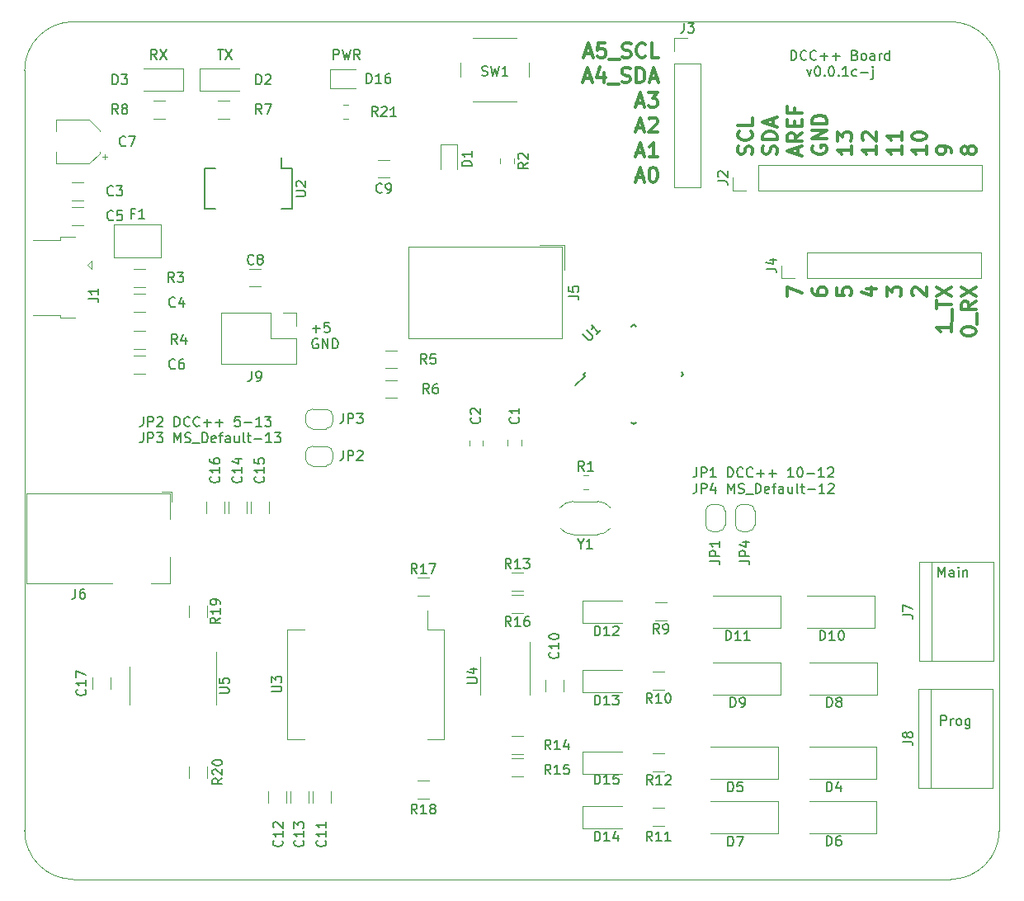
<source format=gbr>
G04 #@! TF.GenerationSoftware,KiCad,Pcbnew,5.1.5-52549c5~86~ubuntu19.10.1*
G04 #@! TF.CreationDate,2020-04-28T12:48:20+02:00*
G04 #@! TF.ProjectId,ArduinoDCC++,41726475-696e-46f4-9443-432b2b2e6b69,v.0.0.1c*
G04 #@! TF.SameCoordinates,Original*
G04 #@! TF.FileFunction,Legend,Top*
G04 #@! TF.FilePolarity,Positive*
%FSLAX46Y46*%
G04 Gerber Fmt 4.6, Leading zero omitted, Abs format (unit mm)*
G04 Created by KiCad (PCBNEW 5.1.5-52549c5~86~ubuntu19.10.1) date 2020-04-28 12:48:20*
%MOMM*%
%LPD*%
G04 APERTURE LIST*
%ADD10C,0.150000*%
%ADD11C,0.300000*%
%ADD12C,0.050000*%
%ADD13C,0.120000*%
G04 APERTURE END LIST*
D10*
X79545595Y-93493428D02*
X80307500Y-93493428D01*
X79926547Y-93874380D02*
X79926547Y-93112476D01*
X81259880Y-92874380D02*
X80783690Y-92874380D01*
X80736071Y-93350571D01*
X80783690Y-93302952D01*
X80878928Y-93255333D01*
X81117023Y-93255333D01*
X81212261Y-93302952D01*
X81259880Y-93350571D01*
X81307500Y-93445809D01*
X81307500Y-93683904D01*
X81259880Y-93779142D01*
X81212261Y-93826761D01*
X81117023Y-93874380D01*
X80878928Y-93874380D01*
X80783690Y-93826761D01*
X80736071Y-93779142D01*
X80069404Y-94572000D02*
X79974166Y-94524380D01*
X79831309Y-94524380D01*
X79688452Y-94572000D01*
X79593214Y-94667238D01*
X79545595Y-94762476D01*
X79497976Y-94952952D01*
X79497976Y-95095809D01*
X79545595Y-95286285D01*
X79593214Y-95381523D01*
X79688452Y-95476761D01*
X79831309Y-95524380D01*
X79926547Y-95524380D01*
X80069404Y-95476761D01*
X80117023Y-95429142D01*
X80117023Y-95095809D01*
X79926547Y-95095809D01*
X80545595Y-95524380D02*
X80545595Y-94524380D01*
X81117023Y-95524380D01*
X81117023Y-94524380D01*
X81593214Y-95524380D02*
X81593214Y-94524380D01*
X81831309Y-94524380D01*
X81974166Y-94572000D01*
X82069404Y-94667238D01*
X82117023Y-94762476D01*
X82164642Y-94952952D01*
X82164642Y-95095809D01*
X82117023Y-95286285D01*
X82069404Y-95381523D01*
X81974166Y-95476761D01*
X81831309Y-95524380D01*
X81593214Y-95524380D01*
D11*
X124603142Y-75605285D02*
X124674571Y-75391000D01*
X124674571Y-75033857D01*
X124603142Y-74891000D01*
X124531714Y-74819571D01*
X124388857Y-74748142D01*
X124246000Y-74748142D01*
X124103142Y-74819571D01*
X124031714Y-74891000D01*
X123960285Y-75033857D01*
X123888857Y-75319571D01*
X123817428Y-75462428D01*
X123746000Y-75533857D01*
X123603142Y-75605285D01*
X123460285Y-75605285D01*
X123317428Y-75533857D01*
X123246000Y-75462428D01*
X123174571Y-75319571D01*
X123174571Y-74962428D01*
X123246000Y-74748142D01*
X124531714Y-73248142D02*
X124603142Y-73319571D01*
X124674571Y-73533857D01*
X124674571Y-73676714D01*
X124603142Y-73891000D01*
X124460285Y-74033857D01*
X124317428Y-74105285D01*
X124031714Y-74176714D01*
X123817428Y-74176714D01*
X123531714Y-74105285D01*
X123388857Y-74033857D01*
X123246000Y-73891000D01*
X123174571Y-73676714D01*
X123174571Y-73533857D01*
X123246000Y-73319571D01*
X123317428Y-73248142D01*
X124674571Y-71891000D02*
X124674571Y-72605285D01*
X123174571Y-72605285D01*
X127153142Y-75605285D02*
X127224571Y-75391000D01*
X127224571Y-75033857D01*
X127153142Y-74891000D01*
X127081714Y-74819571D01*
X126938857Y-74748142D01*
X126796000Y-74748142D01*
X126653142Y-74819571D01*
X126581714Y-74891000D01*
X126510285Y-75033857D01*
X126438857Y-75319571D01*
X126367428Y-75462428D01*
X126296000Y-75533857D01*
X126153142Y-75605285D01*
X126010285Y-75605285D01*
X125867428Y-75533857D01*
X125796000Y-75462428D01*
X125724571Y-75319571D01*
X125724571Y-74962428D01*
X125796000Y-74748142D01*
X127224571Y-74105285D02*
X125724571Y-74105285D01*
X125724571Y-73748142D01*
X125796000Y-73533857D01*
X125938857Y-73391000D01*
X126081714Y-73319571D01*
X126367428Y-73248142D01*
X126581714Y-73248142D01*
X126867428Y-73319571D01*
X127010285Y-73391000D01*
X127153142Y-73533857D01*
X127224571Y-73748142D01*
X127224571Y-74105285D01*
X126796000Y-72676714D02*
X126796000Y-71962428D01*
X127224571Y-72819571D02*
X125724571Y-72319571D01*
X127224571Y-71819571D01*
X129346000Y-75605285D02*
X129346000Y-74891000D01*
X129774571Y-75748142D02*
X128274571Y-75248142D01*
X129774571Y-74748142D01*
X129774571Y-73391000D02*
X129060285Y-73891000D01*
X129774571Y-74248142D02*
X128274571Y-74248142D01*
X128274571Y-73676714D01*
X128346000Y-73533857D01*
X128417428Y-73462428D01*
X128560285Y-73391000D01*
X128774571Y-73391000D01*
X128917428Y-73462428D01*
X128988857Y-73533857D01*
X129060285Y-73676714D01*
X129060285Y-74248142D01*
X128988857Y-72748142D02*
X128988857Y-72248142D01*
X129774571Y-72033857D02*
X129774571Y-72748142D01*
X128274571Y-72748142D01*
X128274571Y-72033857D01*
X128988857Y-70891000D02*
X128988857Y-71391000D01*
X129774571Y-71391000D02*
X128274571Y-71391000D01*
X128274571Y-70676714D01*
X130896000Y-74748142D02*
X130824571Y-74891000D01*
X130824571Y-75105285D01*
X130896000Y-75319571D01*
X131038857Y-75462428D01*
X131181714Y-75533857D01*
X131467428Y-75605285D01*
X131681714Y-75605285D01*
X131967428Y-75533857D01*
X132110285Y-75462428D01*
X132253142Y-75319571D01*
X132324571Y-75105285D01*
X132324571Y-74962428D01*
X132253142Y-74748142D01*
X132181714Y-74676714D01*
X131681714Y-74676714D01*
X131681714Y-74962428D01*
X132324571Y-74033857D02*
X130824571Y-74033857D01*
X132324571Y-73176714D01*
X130824571Y-73176714D01*
X132324571Y-72462428D02*
X130824571Y-72462428D01*
X130824571Y-72105285D01*
X130896000Y-71891000D01*
X131038857Y-71748142D01*
X131181714Y-71676714D01*
X131467428Y-71605285D01*
X131681714Y-71605285D01*
X131967428Y-71676714D01*
X132110285Y-71748142D01*
X132253142Y-71891000D01*
X132324571Y-72105285D01*
X132324571Y-72462428D01*
X134874571Y-74748142D02*
X134874571Y-75605285D01*
X134874571Y-75176714D02*
X133374571Y-75176714D01*
X133588857Y-75319571D01*
X133731714Y-75462428D01*
X133803142Y-75605285D01*
X133374571Y-74248142D02*
X133374571Y-73319571D01*
X133946000Y-73819571D01*
X133946000Y-73605285D01*
X134017428Y-73462428D01*
X134088857Y-73391000D01*
X134231714Y-73319571D01*
X134588857Y-73319571D01*
X134731714Y-73391000D01*
X134803142Y-73462428D01*
X134874571Y-73605285D01*
X134874571Y-74033857D01*
X134803142Y-74176714D01*
X134731714Y-74248142D01*
X137424571Y-74748142D02*
X137424571Y-75605285D01*
X137424571Y-75176714D02*
X135924571Y-75176714D01*
X136138857Y-75319571D01*
X136281714Y-75462428D01*
X136353142Y-75605285D01*
X136067428Y-74176714D02*
X135996000Y-74105285D01*
X135924571Y-73962428D01*
X135924571Y-73605285D01*
X135996000Y-73462428D01*
X136067428Y-73391000D01*
X136210285Y-73319571D01*
X136353142Y-73319571D01*
X136567428Y-73391000D01*
X137424571Y-74248142D01*
X137424571Y-73319571D01*
X139974571Y-74748142D02*
X139974571Y-75605285D01*
X139974571Y-75176714D02*
X138474571Y-75176714D01*
X138688857Y-75319571D01*
X138831714Y-75462428D01*
X138903142Y-75605285D01*
X139974571Y-73319571D02*
X139974571Y-74176714D01*
X139974571Y-73748142D02*
X138474571Y-73748142D01*
X138688857Y-73891000D01*
X138831714Y-74033857D01*
X138903142Y-74176714D01*
X142524571Y-74748142D02*
X142524571Y-75605285D01*
X142524571Y-75176714D02*
X141024571Y-75176714D01*
X141238857Y-75319571D01*
X141381714Y-75462428D01*
X141453142Y-75605285D01*
X141024571Y-73819571D02*
X141024571Y-73676714D01*
X141096000Y-73533857D01*
X141167428Y-73462428D01*
X141310285Y-73391000D01*
X141596000Y-73319571D01*
X141953142Y-73319571D01*
X142238857Y-73391000D01*
X142381714Y-73462428D01*
X142453142Y-73533857D01*
X142524571Y-73676714D01*
X142524571Y-73819571D01*
X142453142Y-73962428D01*
X142381714Y-74033857D01*
X142238857Y-74105285D01*
X141953142Y-74176714D01*
X141596000Y-74176714D01*
X141310285Y-74105285D01*
X141167428Y-74033857D01*
X141096000Y-73962428D01*
X141024571Y-73819571D01*
X145074571Y-75462428D02*
X145074571Y-75176714D01*
X145003142Y-75033857D01*
X144931714Y-74962428D01*
X144717428Y-74819571D01*
X144431714Y-74748142D01*
X143860285Y-74748142D01*
X143717428Y-74819571D01*
X143646000Y-74891000D01*
X143574571Y-75033857D01*
X143574571Y-75319571D01*
X143646000Y-75462428D01*
X143717428Y-75533857D01*
X143860285Y-75605285D01*
X144217428Y-75605285D01*
X144360285Y-75533857D01*
X144431714Y-75462428D01*
X144503142Y-75319571D01*
X144503142Y-75033857D01*
X144431714Y-74891000D01*
X144360285Y-74819571D01*
X144217428Y-74748142D01*
X146767428Y-75319571D02*
X146696000Y-75462428D01*
X146624571Y-75533857D01*
X146481714Y-75605285D01*
X146410285Y-75605285D01*
X146267428Y-75533857D01*
X146196000Y-75462428D01*
X146124571Y-75319571D01*
X146124571Y-75033857D01*
X146196000Y-74891000D01*
X146267428Y-74819571D01*
X146410285Y-74748142D01*
X146481714Y-74748142D01*
X146624571Y-74819571D01*
X146696000Y-74891000D01*
X146767428Y-75033857D01*
X146767428Y-75319571D01*
X146838857Y-75462428D01*
X146910285Y-75533857D01*
X147053142Y-75605285D01*
X147338857Y-75605285D01*
X147481714Y-75533857D01*
X147553142Y-75462428D01*
X147624571Y-75319571D01*
X147624571Y-75033857D01*
X147553142Y-74891000D01*
X147481714Y-74819571D01*
X147338857Y-74748142D01*
X147053142Y-74748142D01*
X146910285Y-74819571D01*
X146838857Y-74891000D01*
X146767428Y-75033857D01*
X128264571Y-90195285D02*
X128264571Y-89195285D01*
X129764571Y-89838142D01*
X130814571Y-89409571D02*
X130814571Y-89695285D01*
X130886000Y-89838142D01*
X130957428Y-89909571D01*
X131171714Y-90052428D01*
X131457428Y-90123857D01*
X132028857Y-90123857D01*
X132171714Y-90052428D01*
X132243142Y-89981000D01*
X132314571Y-89838142D01*
X132314571Y-89552428D01*
X132243142Y-89409571D01*
X132171714Y-89338142D01*
X132028857Y-89266714D01*
X131671714Y-89266714D01*
X131528857Y-89338142D01*
X131457428Y-89409571D01*
X131386000Y-89552428D01*
X131386000Y-89838142D01*
X131457428Y-89981000D01*
X131528857Y-90052428D01*
X131671714Y-90123857D01*
X133364571Y-89338142D02*
X133364571Y-90052428D01*
X134078857Y-90123857D01*
X134007428Y-90052428D01*
X133936000Y-89909571D01*
X133936000Y-89552428D01*
X134007428Y-89409571D01*
X134078857Y-89338142D01*
X134221714Y-89266714D01*
X134578857Y-89266714D01*
X134721714Y-89338142D01*
X134793142Y-89409571D01*
X134864571Y-89552428D01*
X134864571Y-89909571D01*
X134793142Y-90052428D01*
X134721714Y-90123857D01*
X136414571Y-89409571D02*
X137414571Y-89409571D01*
X135843142Y-89766714D02*
X136914571Y-90123857D01*
X136914571Y-89195285D01*
X138464571Y-90195285D02*
X138464571Y-89266714D01*
X139036000Y-89766714D01*
X139036000Y-89552428D01*
X139107428Y-89409571D01*
X139178857Y-89338142D01*
X139321714Y-89266714D01*
X139678857Y-89266714D01*
X139821714Y-89338142D01*
X139893142Y-89409571D01*
X139964571Y-89552428D01*
X139964571Y-89981000D01*
X139893142Y-90123857D01*
X139821714Y-90195285D01*
X141157428Y-90123857D02*
X141086000Y-90052428D01*
X141014571Y-89909571D01*
X141014571Y-89552428D01*
X141086000Y-89409571D01*
X141157428Y-89338142D01*
X141300285Y-89266714D01*
X141443142Y-89266714D01*
X141657428Y-89338142D01*
X142514571Y-90195285D01*
X142514571Y-89266714D01*
X145064571Y-92981000D02*
X145064571Y-93838142D01*
X145064571Y-93409571D02*
X143564571Y-93409571D01*
X143778857Y-93552428D01*
X143921714Y-93695285D01*
X143993142Y-93838142D01*
X145207428Y-92695285D02*
X145207428Y-91552428D01*
X143564571Y-91409571D02*
X143564571Y-90552428D01*
X145064571Y-90981000D02*
X143564571Y-90981000D01*
X143564571Y-90195285D02*
X145064571Y-89195285D01*
X143564571Y-89195285D02*
X145064571Y-90195285D01*
X146114571Y-93838142D02*
X146114571Y-93695285D01*
X146186000Y-93552428D01*
X146257428Y-93481000D01*
X146400285Y-93409571D01*
X146686000Y-93338142D01*
X147043142Y-93338142D01*
X147328857Y-93409571D01*
X147471714Y-93481000D01*
X147543142Y-93552428D01*
X147614571Y-93695285D01*
X147614571Y-93838142D01*
X147543142Y-93981000D01*
X147471714Y-94052428D01*
X147328857Y-94123857D01*
X147043142Y-94195285D01*
X146686000Y-94195285D01*
X146400285Y-94123857D01*
X146257428Y-94052428D01*
X146186000Y-93981000D01*
X146114571Y-93838142D01*
X147757428Y-93052428D02*
X147757428Y-91909571D01*
X147614571Y-90695285D02*
X146900285Y-91195285D01*
X147614571Y-91552428D02*
X146114571Y-91552428D01*
X146114571Y-90981000D01*
X146186000Y-90838142D01*
X146257428Y-90766714D01*
X146400285Y-90695285D01*
X146614571Y-90695285D01*
X146757428Y-90766714D01*
X146828857Y-90838142D01*
X146900285Y-90981000D01*
X146900285Y-91552428D01*
X146114571Y-90195285D02*
X147614571Y-89195285D01*
X146114571Y-89195285D02*
X147614571Y-90195285D01*
X107495714Y-65262000D02*
X108210000Y-65262000D01*
X107352857Y-65690571D02*
X107852857Y-64190571D01*
X108352857Y-65690571D01*
X109567142Y-64190571D02*
X108852857Y-64190571D01*
X108781428Y-64904857D01*
X108852857Y-64833428D01*
X108995714Y-64762000D01*
X109352857Y-64762000D01*
X109495714Y-64833428D01*
X109567142Y-64904857D01*
X109638571Y-65047714D01*
X109638571Y-65404857D01*
X109567142Y-65547714D01*
X109495714Y-65619142D01*
X109352857Y-65690571D01*
X108995714Y-65690571D01*
X108852857Y-65619142D01*
X108781428Y-65547714D01*
X109924285Y-65833428D02*
X111067142Y-65833428D01*
X111352857Y-65619142D02*
X111567142Y-65690571D01*
X111924285Y-65690571D01*
X112067142Y-65619142D01*
X112138571Y-65547714D01*
X112210000Y-65404857D01*
X112210000Y-65262000D01*
X112138571Y-65119142D01*
X112067142Y-65047714D01*
X111924285Y-64976285D01*
X111638571Y-64904857D01*
X111495714Y-64833428D01*
X111424285Y-64762000D01*
X111352857Y-64619142D01*
X111352857Y-64476285D01*
X111424285Y-64333428D01*
X111495714Y-64262000D01*
X111638571Y-64190571D01*
X111995714Y-64190571D01*
X112210000Y-64262000D01*
X113710000Y-65547714D02*
X113638571Y-65619142D01*
X113424285Y-65690571D01*
X113281428Y-65690571D01*
X113067142Y-65619142D01*
X112924285Y-65476285D01*
X112852857Y-65333428D01*
X112781428Y-65047714D01*
X112781428Y-64833428D01*
X112852857Y-64547714D01*
X112924285Y-64404857D01*
X113067142Y-64262000D01*
X113281428Y-64190571D01*
X113424285Y-64190571D01*
X113638571Y-64262000D01*
X113710000Y-64333428D01*
X115067142Y-65690571D02*
X114352857Y-65690571D01*
X114352857Y-64190571D01*
X107424285Y-67812000D02*
X108138571Y-67812000D01*
X107281428Y-68240571D02*
X107781428Y-66740571D01*
X108281428Y-68240571D01*
X109424285Y-67240571D02*
X109424285Y-68240571D01*
X109067142Y-66669142D02*
X108710000Y-67740571D01*
X109638571Y-67740571D01*
X109852857Y-68383428D02*
X110995714Y-68383428D01*
X111281428Y-68169142D02*
X111495714Y-68240571D01*
X111852857Y-68240571D01*
X111995714Y-68169142D01*
X112067142Y-68097714D01*
X112138571Y-67954857D01*
X112138571Y-67812000D01*
X112067142Y-67669142D01*
X111995714Y-67597714D01*
X111852857Y-67526285D01*
X111567142Y-67454857D01*
X111424285Y-67383428D01*
X111352857Y-67312000D01*
X111281428Y-67169142D01*
X111281428Y-67026285D01*
X111352857Y-66883428D01*
X111424285Y-66812000D01*
X111567142Y-66740571D01*
X111924285Y-66740571D01*
X112138571Y-66812000D01*
X112781428Y-68240571D02*
X112781428Y-66740571D01*
X113138571Y-66740571D01*
X113352857Y-66812000D01*
X113495714Y-66954857D01*
X113567142Y-67097714D01*
X113638571Y-67383428D01*
X113638571Y-67597714D01*
X113567142Y-67883428D01*
X113495714Y-68026285D01*
X113352857Y-68169142D01*
X113138571Y-68240571D01*
X112781428Y-68240571D01*
X114210000Y-67812000D02*
X114924285Y-67812000D01*
X114067142Y-68240571D02*
X114567142Y-66740571D01*
X115067142Y-68240571D01*
X112781428Y-70362000D02*
X113495714Y-70362000D01*
X112638571Y-70790571D02*
X113138571Y-69290571D01*
X113638571Y-70790571D01*
X113995714Y-69290571D02*
X114924285Y-69290571D01*
X114424285Y-69862000D01*
X114638571Y-69862000D01*
X114781428Y-69933428D01*
X114852857Y-70004857D01*
X114924285Y-70147714D01*
X114924285Y-70504857D01*
X114852857Y-70647714D01*
X114781428Y-70719142D01*
X114638571Y-70790571D01*
X114210000Y-70790571D01*
X114067142Y-70719142D01*
X113995714Y-70647714D01*
X112781428Y-72912000D02*
X113495714Y-72912000D01*
X112638571Y-73340571D02*
X113138571Y-71840571D01*
X113638571Y-73340571D01*
X114067142Y-71983428D02*
X114138571Y-71912000D01*
X114281428Y-71840571D01*
X114638571Y-71840571D01*
X114781428Y-71912000D01*
X114852857Y-71983428D01*
X114924285Y-72126285D01*
X114924285Y-72269142D01*
X114852857Y-72483428D01*
X113995714Y-73340571D01*
X114924285Y-73340571D01*
X112781428Y-75462000D02*
X113495714Y-75462000D01*
X112638571Y-75890571D02*
X113138571Y-74390571D01*
X113638571Y-75890571D01*
X114924285Y-75890571D02*
X114067142Y-75890571D01*
X114495714Y-75890571D02*
X114495714Y-74390571D01*
X114352857Y-74604857D01*
X114210000Y-74747714D01*
X114067142Y-74819142D01*
X112781428Y-78012000D02*
X113495714Y-78012000D01*
X112638571Y-78440571D02*
X113138571Y-76940571D01*
X113638571Y-78440571D01*
X114424285Y-76940571D02*
X114567142Y-76940571D01*
X114710000Y-77012000D01*
X114781428Y-77083428D01*
X114852857Y-77226285D01*
X114924285Y-77512000D01*
X114924285Y-77869142D01*
X114852857Y-78154857D01*
X114781428Y-78297714D01*
X114710000Y-78369142D01*
X114567142Y-78440571D01*
X114424285Y-78440571D01*
X114281428Y-78369142D01*
X114210000Y-78297714D01*
X114138571Y-78154857D01*
X114067142Y-77869142D01*
X114067142Y-77512000D01*
X114138571Y-77226285D01*
X114210000Y-77083428D01*
X114281428Y-77012000D01*
X114424285Y-76940571D01*
D10*
X62178309Y-102526380D02*
X62178309Y-103240666D01*
X62130690Y-103383523D01*
X62035452Y-103478761D01*
X61892595Y-103526380D01*
X61797357Y-103526380D01*
X62654500Y-103526380D02*
X62654500Y-102526380D01*
X63035452Y-102526380D01*
X63130690Y-102574000D01*
X63178309Y-102621619D01*
X63225928Y-102716857D01*
X63225928Y-102859714D01*
X63178309Y-102954952D01*
X63130690Y-103002571D01*
X63035452Y-103050190D01*
X62654500Y-103050190D01*
X63606880Y-102621619D02*
X63654500Y-102574000D01*
X63749738Y-102526380D01*
X63987833Y-102526380D01*
X64083071Y-102574000D01*
X64130690Y-102621619D01*
X64178309Y-102716857D01*
X64178309Y-102812095D01*
X64130690Y-102954952D01*
X63559261Y-103526380D01*
X64178309Y-103526380D01*
X65368785Y-103526380D02*
X65368785Y-102526380D01*
X65606880Y-102526380D01*
X65749738Y-102574000D01*
X65844976Y-102669238D01*
X65892595Y-102764476D01*
X65940214Y-102954952D01*
X65940214Y-103097809D01*
X65892595Y-103288285D01*
X65844976Y-103383523D01*
X65749738Y-103478761D01*
X65606880Y-103526380D01*
X65368785Y-103526380D01*
X66940214Y-103431142D02*
X66892595Y-103478761D01*
X66749738Y-103526380D01*
X66654500Y-103526380D01*
X66511642Y-103478761D01*
X66416404Y-103383523D01*
X66368785Y-103288285D01*
X66321166Y-103097809D01*
X66321166Y-102954952D01*
X66368785Y-102764476D01*
X66416404Y-102669238D01*
X66511642Y-102574000D01*
X66654500Y-102526380D01*
X66749738Y-102526380D01*
X66892595Y-102574000D01*
X66940214Y-102621619D01*
X67940214Y-103431142D02*
X67892595Y-103478761D01*
X67749738Y-103526380D01*
X67654500Y-103526380D01*
X67511642Y-103478761D01*
X67416404Y-103383523D01*
X67368785Y-103288285D01*
X67321166Y-103097809D01*
X67321166Y-102954952D01*
X67368785Y-102764476D01*
X67416404Y-102669238D01*
X67511642Y-102574000D01*
X67654500Y-102526380D01*
X67749738Y-102526380D01*
X67892595Y-102574000D01*
X67940214Y-102621619D01*
X68368785Y-103145428D02*
X69130690Y-103145428D01*
X68749738Y-103526380D02*
X68749738Y-102764476D01*
X69606880Y-103145428D02*
X70368785Y-103145428D01*
X69987833Y-103526380D02*
X69987833Y-102764476D01*
X72083071Y-102526380D02*
X71606880Y-102526380D01*
X71559261Y-103002571D01*
X71606880Y-102954952D01*
X71702119Y-102907333D01*
X71940214Y-102907333D01*
X72035452Y-102954952D01*
X72083071Y-103002571D01*
X72130690Y-103097809D01*
X72130690Y-103335904D01*
X72083071Y-103431142D01*
X72035452Y-103478761D01*
X71940214Y-103526380D01*
X71702119Y-103526380D01*
X71606880Y-103478761D01*
X71559261Y-103431142D01*
X72559261Y-103145428D02*
X73321166Y-103145428D01*
X74321166Y-103526380D02*
X73749738Y-103526380D01*
X74035452Y-103526380D02*
X74035452Y-102526380D01*
X73940214Y-102669238D01*
X73844976Y-102764476D01*
X73749738Y-102812095D01*
X74654500Y-102526380D02*
X75273547Y-102526380D01*
X74940214Y-102907333D01*
X75083071Y-102907333D01*
X75178309Y-102954952D01*
X75225928Y-103002571D01*
X75273547Y-103097809D01*
X75273547Y-103335904D01*
X75225928Y-103431142D01*
X75178309Y-103478761D01*
X75083071Y-103526380D01*
X74797357Y-103526380D01*
X74702119Y-103478761D01*
X74654500Y-103431142D01*
X62178309Y-104176380D02*
X62178309Y-104890666D01*
X62130690Y-105033523D01*
X62035452Y-105128761D01*
X61892595Y-105176380D01*
X61797357Y-105176380D01*
X62654500Y-105176380D02*
X62654500Y-104176380D01*
X63035452Y-104176380D01*
X63130690Y-104224000D01*
X63178309Y-104271619D01*
X63225928Y-104366857D01*
X63225928Y-104509714D01*
X63178309Y-104604952D01*
X63130690Y-104652571D01*
X63035452Y-104700190D01*
X62654500Y-104700190D01*
X63559261Y-104176380D02*
X64178309Y-104176380D01*
X63844976Y-104557333D01*
X63987833Y-104557333D01*
X64083071Y-104604952D01*
X64130690Y-104652571D01*
X64178309Y-104747809D01*
X64178309Y-104985904D01*
X64130690Y-105081142D01*
X64083071Y-105128761D01*
X63987833Y-105176380D01*
X63702119Y-105176380D01*
X63606880Y-105128761D01*
X63559261Y-105081142D01*
X65368785Y-105176380D02*
X65368785Y-104176380D01*
X65702119Y-104890666D01*
X66035452Y-104176380D01*
X66035452Y-105176380D01*
X66464023Y-105128761D02*
X66606880Y-105176380D01*
X66844976Y-105176380D01*
X66940214Y-105128761D01*
X66987833Y-105081142D01*
X67035452Y-104985904D01*
X67035452Y-104890666D01*
X66987833Y-104795428D01*
X66940214Y-104747809D01*
X66844976Y-104700190D01*
X66654500Y-104652571D01*
X66559261Y-104604952D01*
X66511642Y-104557333D01*
X66464023Y-104462095D01*
X66464023Y-104366857D01*
X66511642Y-104271619D01*
X66559261Y-104224000D01*
X66654500Y-104176380D01*
X66892595Y-104176380D01*
X67035452Y-104224000D01*
X67225928Y-105271619D02*
X67987833Y-105271619D01*
X68225928Y-105176380D02*
X68225928Y-104176380D01*
X68464023Y-104176380D01*
X68606880Y-104224000D01*
X68702119Y-104319238D01*
X68749738Y-104414476D01*
X68797357Y-104604952D01*
X68797357Y-104747809D01*
X68749738Y-104938285D01*
X68702119Y-105033523D01*
X68606880Y-105128761D01*
X68464023Y-105176380D01*
X68225928Y-105176380D01*
X69606880Y-105128761D02*
X69511642Y-105176380D01*
X69321166Y-105176380D01*
X69225928Y-105128761D01*
X69178309Y-105033523D01*
X69178309Y-104652571D01*
X69225928Y-104557333D01*
X69321166Y-104509714D01*
X69511642Y-104509714D01*
X69606880Y-104557333D01*
X69654500Y-104652571D01*
X69654500Y-104747809D01*
X69178309Y-104843047D01*
X69940214Y-104509714D02*
X70321166Y-104509714D01*
X70083071Y-105176380D02*
X70083071Y-104319238D01*
X70130690Y-104224000D01*
X70225928Y-104176380D01*
X70321166Y-104176380D01*
X71083071Y-105176380D02*
X71083071Y-104652571D01*
X71035452Y-104557333D01*
X70940214Y-104509714D01*
X70749738Y-104509714D01*
X70654500Y-104557333D01*
X71083071Y-105128761D02*
X70987833Y-105176380D01*
X70749738Y-105176380D01*
X70654500Y-105128761D01*
X70606880Y-105033523D01*
X70606880Y-104938285D01*
X70654500Y-104843047D01*
X70749738Y-104795428D01*
X70987833Y-104795428D01*
X71083071Y-104747809D01*
X71987833Y-104509714D02*
X71987833Y-105176380D01*
X71559261Y-104509714D02*
X71559261Y-105033523D01*
X71606880Y-105128761D01*
X71702119Y-105176380D01*
X71844976Y-105176380D01*
X71940214Y-105128761D01*
X71987833Y-105081142D01*
X72606880Y-105176380D02*
X72511642Y-105128761D01*
X72464023Y-105033523D01*
X72464023Y-104176380D01*
X72844976Y-104509714D02*
X73225928Y-104509714D01*
X72987833Y-104176380D02*
X72987833Y-105033523D01*
X73035452Y-105128761D01*
X73130690Y-105176380D01*
X73225928Y-105176380D01*
X73559261Y-104795428D02*
X74321166Y-104795428D01*
X75321166Y-105176380D02*
X74749738Y-105176380D01*
X75035452Y-105176380D02*
X75035452Y-104176380D01*
X74940214Y-104319238D01*
X74844976Y-104414476D01*
X74749738Y-104462095D01*
X75654500Y-104176380D02*
X76273547Y-104176380D01*
X75940214Y-104557333D01*
X76083071Y-104557333D01*
X76178309Y-104604952D01*
X76225928Y-104652571D01*
X76273547Y-104747809D01*
X76273547Y-104985904D01*
X76225928Y-105081142D01*
X76178309Y-105128761D01*
X76083071Y-105176380D01*
X75797357Y-105176380D01*
X75702119Y-105128761D01*
X75654500Y-105081142D01*
X118947309Y-107733380D02*
X118947309Y-108447666D01*
X118899690Y-108590523D01*
X118804452Y-108685761D01*
X118661595Y-108733380D01*
X118566357Y-108733380D01*
X119423500Y-108733380D02*
X119423500Y-107733380D01*
X119804452Y-107733380D01*
X119899690Y-107781000D01*
X119947309Y-107828619D01*
X119994928Y-107923857D01*
X119994928Y-108066714D01*
X119947309Y-108161952D01*
X119899690Y-108209571D01*
X119804452Y-108257190D01*
X119423500Y-108257190D01*
X120947309Y-108733380D02*
X120375880Y-108733380D01*
X120661595Y-108733380D02*
X120661595Y-107733380D01*
X120566357Y-107876238D01*
X120471119Y-107971476D01*
X120375880Y-108019095D01*
X122137785Y-108733380D02*
X122137785Y-107733380D01*
X122375880Y-107733380D01*
X122518738Y-107781000D01*
X122613976Y-107876238D01*
X122661595Y-107971476D01*
X122709214Y-108161952D01*
X122709214Y-108304809D01*
X122661595Y-108495285D01*
X122613976Y-108590523D01*
X122518738Y-108685761D01*
X122375880Y-108733380D01*
X122137785Y-108733380D01*
X123709214Y-108638142D02*
X123661595Y-108685761D01*
X123518738Y-108733380D01*
X123423500Y-108733380D01*
X123280642Y-108685761D01*
X123185404Y-108590523D01*
X123137785Y-108495285D01*
X123090166Y-108304809D01*
X123090166Y-108161952D01*
X123137785Y-107971476D01*
X123185404Y-107876238D01*
X123280642Y-107781000D01*
X123423500Y-107733380D01*
X123518738Y-107733380D01*
X123661595Y-107781000D01*
X123709214Y-107828619D01*
X124709214Y-108638142D02*
X124661595Y-108685761D01*
X124518738Y-108733380D01*
X124423500Y-108733380D01*
X124280642Y-108685761D01*
X124185404Y-108590523D01*
X124137785Y-108495285D01*
X124090166Y-108304809D01*
X124090166Y-108161952D01*
X124137785Y-107971476D01*
X124185404Y-107876238D01*
X124280642Y-107781000D01*
X124423500Y-107733380D01*
X124518738Y-107733380D01*
X124661595Y-107781000D01*
X124709214Y-107828619D01*
X125137785Y-108352428D02*
X125899690Y-108352428D01*
X125518738Y-108733380D02*
X125518738Y-107971476D01*
X126375880Y-108352428D02*
X127137785Y-108352428D01*
X126756833Y-108733380D02*
X126756833Y-107971476D01*
X128899690Y-108733380D02*
X128328261Y-108733380D01*
X128613976Y-108733380D02*
X128613976Y-107733380D01*
X128518738Y-107876238D01*
X128423500Y-107971476D01*
X128328261Y-108019095D01*
X129518738Y-107733380D02*
X129613976Y-107733380D01*
X129709214Y-107781000D01*
X129756833Y-107828619D01*
X129804452Y-107923857D01*
X129852071Y-108114333D01*
X129852071Y-108352428D01*
X129804452Y-108542904D01*
X129756833Y-108638142D01*
X129709214Y-108685761D01*
X129613976Y-108733380D01*
X129518738Y-108733380D01*
X129423500Y-108685761D01*
X129375880Y-108638142D01*
X129328261Y-108542904D01*
X129280642Y-108352428D01*
X129280642Y-108114333D01*
X129328261Y-107923857D01*
X129375880Y-107828619D01*
X129423500Y-107781000D01*
X129518738Y-107733380D01*
X130280642Y-108352428D02*
X131042547Y-108352428D01*
X132042547Y-108733380D02*
X131471119Y-108733380D01*
X131756833Y-108733380D02*
X131756833Y-107733380D01*
X131661595Y-107876238D01*
X131566357Y-107971476D01*
X131471119Y-108019095D01*
X132423500Y-107828619D02*
X132471119Y-107781000D01*
X132566357Y-107733380D01*
X132804452Y-107733380D01*
X132899690Y-107781000D01*
X132947309Y-107828619D01*
X132994928Y-107923857D01*
X132994928Y-108019095D01*
X132947309Y-108161952D01*
X132375880Y-108733380D01*
X132994928Y-108733380D01*
X118947309Y-109383380D02*
X118947309Y-110097666D01*
X118899690Y-110240523D01*
X118804452Y-110335761D01*
X118661595Y-110383380D01*
X118566357Y-110383380D01*
X119423500Y-110383380D02*
X119423500Y-109383380D01*
X119804452Y-109383380D01*
X119899690Y-109431000D01*
X119947309Y-109478619D01*
X119994928Y-109573857D01*
X119994928Y-109716714D01*
X119947309Y-109811952D01*
X119899690Y-109859571D01*
X119804452Y-109907190D01*
X119423500Y-109907190D01*
X120852071Y-109716714D02*
X120852071Y-110383380D01*
X120613976Y-109335761D02*
X120375880Y-110050047D01*
X120994928Y-110050047D01*
X122137785Y-110383380D02*
X122137785Y-109383380D01*
X122471119Y-110097666D01*
X122804452Y-109383380D01*
X122804452Y-110383380D01*
X123233023Y-110335761D02*
X123375880Y-110383380D01*
X123613976Y-110383380D01*
X123709214Y-110335761D01*
X123756833Y-110288142D01*
X123804452Y-110192904D01*
X123804452Y-110097666D01*
X123756833Y-110002428D01*
X123709214Y-109954809D01*
X123613976Y-109907190D01*
X123423500Y-109859571D01*
X123328261Y-109811952D01*
X123280642Y-109764333D01*
X123233023Y-109669095D01*
X123233023Y-109573857D01*
X123280642Y-109478619D01*
X123328261Y-109431000D01*
X123423500Y-109383380D01*
X123661595Y-109383380D01*
X123804452Y-109431000D01*
X123994928Y-110478619D02*
X124756833Y-110478619D01*
X124994928Y-110383380D02*
X124994928Y-109383380D01*
X125233023Y-109383380D01*
X125375880Y-109431000D01*
X125471119Y-109526238D01*
X125518738Y-109621476D01*
X125566357Y-109811952D01*
X125566357Y-109954809D01*
X125518738Y-110145285D01*
X125471119Y-110240523D01*
X125375880Y-110335761D01*
X125233023Y-110383380D01*
X124994928Y-110383380D01*
X126375880Y-110335761D02*
X126280642Y-110383380D01*
X126090166Y-110383380D01*
X125994928Y-110335761D01*
X125947309Y-110240523D01*
X125947309Y-109859571D01*
X125994928Y-109764333D01*
X126090166Y-109716714D01*
X126280642Y-109716714D01*
X126375880Y-109764333D01*
X126423500Y-109859571D01*
X126423500Y-109954809D01*
X125947309Y-110050047D01*
X126709214Y-109716714D02*
X127090166Y-109716714D01*
X126852071Y-110383380D02*
X126852071Y-109526238D01*
X126899690Y-109431000D01*
X126994928Y-109383380D01*
X127090166Y-109383380D01*
X127852071Y-110383380D02*
X127852071Y-109859571D01*
X127804452Y-109764333D01*
X127709214Y-109716714D01*
X127518738Y-109716714D01*
X127423500Y-109764333D01*
X127852071Y-110335761D02*
X127756833Y-110383380D01*
X127518738Y-110383380D01*
X127423500Y-110335761D01*
X127375880Y-110240523D01*
X127375880Y-110145285D01*
X127423500Y-110050047D01*
X127518738Y-110002428D01*
X127756833Y-110002428D01*
X127852071Y-109954809D01*
X128756833Y-109716714D02*
X128756833Y-110383380D01*
X128328261Y-109716714D02*
X128328261Y-110240523D01*
X128375880Y-110335761D01*
X128471119Y-110383380D01*
X128613976Y-110383380D01*
X128709214Y-110335761D01*
X128756833Y-110288142D01*
X129375880Y-110383380D02*
X129280642Y-110335761D01*
X129233023Y-110240523D01*
X129233023Y-109383380D01*
X129613976Y-109716714D02*
X129994928Y-109716714D01*
X129756833Y-109383380D02*
X129756833Y-110240523D01*
X129804452Y-110335761D01*
X129899690Y-110383380D01*
X129994928Y-110383380D01*
X130328261Y-110002428D02*
X131090166Y-110002428D01*
X132090166Y-110383380D02*
X131518738Y-110383380D01*
X131804452Y-110383380D02*
X131804452Y-109383380D01*
X131709214Y-109526238D01*
X131613976Y-109621476D01*
X131518738Y-109669095D01*
X132471119Y-109478619D02*
X132518738Y-109431000D01*
X132613976Y-109383380D01*
X132852071Y-109383380D01*
X132947309Y-109431000D01*
X132994928Y-109478619D01*
X133042547Y-109573857D01*
X133042547Y-109669095D01*
X132994928Y-109811952D01*
X132423500Y-110383380D01*
X133042547Y-110383380D01*
X128645380Y-65934380D02*
X128645380Y-64934380D01*
X128883476Y-64934380D01*
X129026333Y-64982000D01*
X129121571Y-65077238D01*
X129169190Y-65172476D01*
X129216809Y-65362952D01*
X129216809Y-65505809D01*
X129169190Y-65696285D01*
X129121571Y-65791523D01*
X129026333Y-65886761D01*
X128883476Y-65934380D01*
X128645380Y-65934380D01*
X130216809Y-65839142D02*
X130169190Y-65886761D01*
X130026333Y-65934380D01*
X129931095Y-65934380D01*
X129788238Y-65886761D01*
X129693000Y-65791523D01*
X129645380Y-65696285D01*
X129597761Y-65505809D01*
X129597761Y-65362952D01*
X129645380Y-65172476D01*
X129693000Y-65077238D01*
X129788238Y-64982000D01*
X129931095Y-64934380D01*
X130026333Y-64934380D01*
X130169190Y-64982000D01*
X130216809Y-65029619D01*
X131216809Y-65839142D02*
X131169190Y-65886761D01*
X131026333Y-65934380D01*
X130931095Y-65934380D01*
X130788238Y-65886761D01*
X130693000Y-65791523D01*
X130645380Y-65696285D01*
X130597761Y-65505809D01*
X130597761Y-65362952D01*
X130645380Y-65172476D01*
X130693000Y-65077238D01*
X130788238Y-64982000D01*
X130931095Y-64934380D01*
X131026333Y-64934380D01*
X131169190Y-64982000D01*
X131216809Y-65029619D01*
X131645380Y-65553428D02*
X132407285Y-65553428D01*
X132026333Y-65934380D02*
X132026333Y-65172476D01*
X132883476Y-65553428D02*
X133645380Y-65553428D01*
X133264428Y-65934380D02*
X133264428Y-65172476D01*
X135216809Y-65410571D02*
X135359666Y-65458190D01*
X135407285Y-65505809D01*
X135454904Y-65601047D01*
X135454904Y-65743904D01*
X135407285Y-65839142D01*
X135359666Y-65886761D01*
X135264428Y-65934380D01*
X134883476Y-65934380D01*
X134883476Y-64934380D01*
X135216809Y-64934380D01*
X135312047Y-64982000D01*
X135359666Y-65029619D01*
X135407285Y-65124857D01*
X135407285Y-65220095D01*
X135359666Y-65315333D01*
X135312047Y-65362952D01*
X135216809Y-65410571D01*
X134883476Y-65410571D01*
X136026333Y-65934380D02*
X135931095Y-65886761D01*
X135883476Y-65839142D01*
X135835857Y-65743904D01*
X135835857Y-65458190D01*
X135883476Y-65362952D01*
X135931095Y-65315333D01*
X136026333Y-65267714D01*
X136169190Y-65267714D01*
X136264428Y-65315333D01*
X136312047Y-65362952D01*
X136359666Y-65458190D01*
X136359666Y-65743904D01*
X136312047Y-65839142D01*
X136264428Y-65886761D01*
X136169190Y-65934380D01*
X136026333Y-65934380D01*
X137216809Y-65934380D02*
X137216809Y-65410571D01*
X137169190Y-65315333D01*
X137073952Y-65267714D01*
X136883476Y-65267714D01*
X136788238Y-65315333D01*
X137216809Y-65886761D02*
X137121571Y-65934380D01*
X136883476Y-65934380D01*
X136788238Y-65886761D01*
X136740619Y-65791523D01*
X136740619Y-65696285D01*
X136788238Y-65601047D01*
X136883476Y-65553428D01*
X137121571Y-65553428D01*
X137216809Y-65505809D01*
X137693000Y-65934380D02*
X137693000Y-65267714D01*
X137693000Y-65458190D02*
X137740619Y-65362952D01*
X137788238Y-65315333D01*
X137883476Y-65267714D01*
X137978714Y-65267714D01*
X138740619Y-65934380D02*
X138740619Y-64934380D01*
X138740619Y-65886761D02*
X138645380Y-65934380D01*
X138454904Y-65934380D01*
X138359666Y-65886761D01*
X138312047Y-65839142D01*
X138264428Y-65743904D01*
X138264428Y-65458190D01*
X138312047Y-65362952D01*
X138359666Y-65315333D01*
X138454904Y-65267714D01*
X138645380Y-65267714D01*
X138740619Y-65315333D01*
X130264428Y-66917714D02*
X130502523Y-67584380D01*
X130740619Y-66917714D01*
X131312047Y-66584380D02*
X131407285Y-66584380D01*
X131502523Y-66632000D01*
X131550142Y-66679619D01*
X131597761Y-66774857D01*
X131645380Y-66965333D01*
X131645380Y-67203428D01*
X131597761Y-67393904D01*
X131550142Y-67489142D01*
X131502523Y-67536761D01*
X131407285Y-67584380D01*
X131312047Y-67584380D01*
X131216809Y-67536761D01*
X131169190Y-67489142D01*
X131121571Y-67393904D01*
X131073952Y-67203428D01*
X131073952Y-66965333D01*
X131121571Y-66774857D01*
X131169190Y-66679619D01*
X131216809Y-66632000D01*
X131312047Y-66584380D01*
X132073952Y-67489142D02*
X132121571Y-67536761D01*
X132073952Y-67584380D01*
X132026333Y-67536761D01*
X132073952Y-67489142D01*
X132073952Y-67584380D01*
X132740619Y-66584380D02*
X132835857Y-66584380D01*
X132931095Y-66632000D01*
X132978714Y-66679619D01*
X133026333Y-66774857D01*
X133073952Y-66965333D01*
X133073952Y-67203428D01*
X133026333Y-67393904D01*
X132978714Y-67489142D01*
X132931095Y-67536761D01*
X132835857Y-67584380D01*
X132740619Y-67584380D01*
X132645380Y-67536761D01*
X132597761Y-67489142D01*
X132550142Y-67393904D01*
X132502523Y-67203428D01*
X132502523Y-66965333D01*
X132550142Y-66774857D01*
X132597761Y-66679619D01*
X132645380Y-66632000D01*
X132740619Y-66584380D01*
X133502523Y-67489142D02*
X133550142Y-67536761D01*
X133502523Y-67584380D01*
X133454904Y-67536761D01*
X133502523Y-67489142D01*
X133502523Y-67584380D01*
X134502523Y-67584380D02*
X133931095Y-67584380D01*
X134216809Y-67584380D02*
X134216809Y-66584380D01*
X134121571Y-66727238D01*
X134026333Y-66822476D01*
X133931095Y-66870095D01*
X135359666Y-67536761D02*
X135264428Y-67584380D01*
X135073952Y-67584380D01*
X134978714Y-67536761D01*
X134931095Y-67489142D01*
X134883476Y-67393904D01*
X134883476Y-67108190D01*
X134931095Y-67012952D01*
X134978714Y-66965333D01*
X135073952Y-66917714D01*
X135264428Y-66917714D01*
X135359666Y-66965333D01*
X135788238Y-67203428D02*
X136550142Y-67203428D01*
X137026333Y-66917714D02*
X137026333Y-67774857D01*
X136978714Y-67870095D01*
X136883476Y-67917714D01*
X136835857Y-67917714D01*
X137026333Y-66584380D02*
X136978714Y-66632000D01*
X137026333Y-66679619D01*
X137073952Y-66632000D01*
X137026333Y-66584380D01*
X137026333Y-66679619D01*
X144027809Y-134196380D02*
X144027809Y-133196380D01*
X144408761Y-133196380D01*
X144504000Y-133244000D01*
X144551619Y-133291619D01*
X144599238Y-133386857D01*
X144599238Y-133529714D01*
X144551619Y-133624952D01*
X144504000Y-133672571D01*
X144408761Y-133720190D01*
X144027809Y-133720190D01*
X145027809Y-134196380D02*
X145027809Y-133529714D01*
X145027809Y-133720190D02*
X145075428Y-133624952D01*
X145123047Y-133577333D01*
X145218285Y-133529714D01*
X145313523Y-133529714D01*
X145789714Y-134196380D02*
X145694476Y-134148761D01*
X145646857Y-134101142D01*
X145599238Y-134005904D01*
X145599238Y-133720190D01*
X145646857Y-133624952D01*
X145694476Y-133577333D01*
X145789714Y-133529714D01*
X145932571Y-133529714D01*
X146027809Y-133577333D01*
X146075428Y-133624952D01*
X146123047Y-133720190D01*
X146123047Y-134005904D01*
X146075428Y-134101142D01*
X146027809Y-134148761D01*
X145932571Y-134196380D01*
X145789714Y-134196380D01*
X146980190Y-133529714D02*
X146980190Y-134339238D01*
X146932571Y-134434476D01*
X146884952Y-134482095D01*
X146789714Y-134529714D01*
X146646857Y-134529714D01*
X146551619Y-134482095D01*
X146980190Y-134148761D02*
X146884952Y-134196380D01*
X146694476Y-134196380D01*
X146599238Y-134148761D01*
X146551619Y-134101142D01*
X146504000Y-134005904D01*
X146504000Y-133720190D01*
X146551619Y-133624952D01*
X146599238Y-133577333D01*
X146694476Y-133529714D01*
X146884952Y-133529714D01*
X146980190Y-133577333D01*
X143773809Y-118956380D02*
X143773809Y-117956380D01*
X144107142Y-118670666D01*
X144440476Y-117956380D01*
X144440476Y-118956380D01*
X145345238Y-118956380D02*
X145345238Y-118432571D01*
X145297619Y-118337333D01*
X145202380Y-118289714D01*
X145011904Y-118289714D01*
X144916666Y-118337333D01*
X145345238Y-118908761D02*
X145250000Y-118956380D01*
X145011904Y-118956380D01*
X144916666Y-118908761D01*
X144869047Y-118813523D01*
X144869047Y-118718285D01*
X144916666Y-118623047D01*
X145011904Y-118575428D01*
X145250000Y-118575428D01*
X145345238Y-118527809D01*
X145821428Y-118956380D02*
X145821428Y-118289714D01*
X145821428Y-117956380D02*
X145773809Y-118004000D01*
X145821428Y-118051619D01*
X145869047Y-118004000D01*
X145821428Y-117956380D01*
X145821428Y-118051619D01*
X146297619Y-118289714D02*
X146297619Y-118956380D01*
X146297619Y-118384952D02*
X146345238Y-118337333D01*
X146440476Y-118289714D01*
X146583333Y-118289714D01*
X146678571Y-118337333D01*
X146726190Y-118432571D01*
X146726190Y-118956380D01*
X81686666Y-65870380D02*
X81686666Y-64870380D01*
X82067619Y-64870380D01*
X82162857Y-64918000D01*
X82210476Y-64965619D01*
X82258095Y-65060857D01*
X82258095Y-65203714D01*
X82210476Y-65298952D01*
X82162857Y-65346571D01*
X82067619Y-65394190D01*
X81686666Y-65394190D01*
X82591428Y-64870380D02*
X82829523Y-65870380D01*
X83020000Y-65156095D01*
X83210476Y-65870380D01*
X83448571Y-64870380D01*
X84400952Y-65870380D02*
X84067619Y-65394190D01*
X83829523Y-65870380D02*
X83829523Y-64870380D01*
X84210476Y-64870380D01*
X84305714Y-64918000D01*
X84353333Y-64965619D01*
X84400952Y-65060857D01*
X84400952Y-65203714D01*
X84353333Y-65298952D01*
X84305714Y-65346571D01*
X84210476Y-65394190D01*
X83829523Y-65394190D01*
X69812095Y-64870380D02*
X70383523Y-64870380D01*
X70097809Y-65870380D02*
X70097809Y-64870380D01*
X70621619Y-64870380D02*
X71288285Y-65870380D01*
X71288285Y-64870380D02*
X70621619Y-65870380D01*
X63549333Y-65870380D02*
X63216000Y-65394190D01*
X62977904Y-65870380D02*
X62977904Y-64870380D01*
X63358857Y-64870380D01*
X63454095Y-64918000D01*
X63501714Y-64965619D01*
X63549333Y-65060857D01*
X63549333Y-65203714D01*
X63501714Y-65298952D01*
X63454095Y-65346571D01*
X63358857Y-65394190D01*
X62977904Y-65394190D01*
X63882666Y-64870380D02*
X64549333Y-65870380D01*
X64549333Y-64870380D02*
X63882666Y-65870380D01*
D12*
X55000000Y-150000000D02*
X145000000Y-150000000D01*
X50000000Y-67000000D02*
X50000000Y-145000000D01*
X145000000Y-62000000D02*
X55000000Y-62000000D01*
X150000000Y-145000000D02*
X150000000Y-67000000D01*
X150000000Y-145000000D02*
G75*
G02X145000000Y-150000000I-5000000J0D01*
G01*
X145000000Y-62000000D02*
G75*
G02X150000000Y-67000000I0J-5000000D01*
G01*
X50000000Y-67000000D02*
G75*
G02X55000000Y-62000000I5000000J0D01*
G01*
X55000000Y-150000000D02*
G75*
G02X50000000Y-145000000I0J5000000D01*
G01*
D13*
X82696423Y-71933001D02*
X83213579Y-71933001D01*
X82696423Y-70513001D02*
X83213579Y-70513001D01*
X98820000Y-76032922D02*
X98820000Y-76550078D01*
X100240000Y-76032922D02*
X100240000Y-76550078D01*
X107323422Y-109990000D02*
X107840578Y-109990000D01*
X107323422Y-108570000D02*
X107840578Y-108570000D01*
X81315001Y-68843001D02*
X84000001Y-68843001D01*
X81315001Y-66923001D02*
X81315001Y-68843001D01*
X84000001Y-66923001D02*
X81315001Y-66923001D01*
X94411000Y-74586000D02*
X94411000Y-77136000D01*
X92711000Y-74586000D02*
X92711000Y-77136000D01*
X94411000Y-74586000D02*
X92711000Y-74586000D01*
X95619600Y-104958922D02*
X95619600Y-105476078D01*
X97039600Y-104958922D02*
X97039600Y-105476078D01*
X100976600Y-105450678D02*
X100976600Y-104933522D01*
X99556600Y-105450678D02*
X99556600Y-104933522D01*
X104943210Y-111867039D02*
G75*
G02X106281000Y-111216000I1337790J-1048961D01*
G01*
X110118790Y-111867039D02*
G75*
G03X108781000Y-111216000I-1337790J-1048961D01*
G01*
X104943210Y-113964961D02*
G75*
G03X106281000Y-114616000I1337790J1048961D01*
G01*
X110118790Y-113964961D02*
G75*
G02X108781000Y-114616000I-1337790J1048961D01*
G01*
X108781000Y-111216000D02*
X106281000Y-111216000D01*
X108781000Y-114616000D02*
X106281000Y-114616000D01*
X77873000Y-91901000D02*
X77873000Y-93231000D01*
X76543000Y-91901000D02*
X77873000Y-91901000D01*
X77873000Y-94501000D02*
X77873000Y-97101000D01*
X75273000Y-94501000D02*
X77873000Y-94501000D01*
X75273000Y-91901000D02*
X75273000Y-94501000D01*
X77873000Y-97101000D02*
X70133000Y-97101000D01*
X75273000Y-91901000D02*
X70133000Y-91901000D01*
X70133000Y-91901000D02*
X70133000Y-97101000D01*
X63982500Y-82774000D02*
X63982500Y-86174000D01*
X59182500Y-82774000D02*
X63982500Y-82774000D01*
X59182500Y-86174000D02*
X59182500Y-82774000D01*
X63982500Y-86174000D02*
X59182500Y-86174000D01*
X122914000Y-113616000D02*
X122914000Y-112216000D01*
X123614000Y-111516000D02*
X124214000Y-111516000D01*
X124914000Y-112216000D02*
X124914000Y-113616000D01*
X124214000Y-114316000D02*
X123614000Y-114316000D01*
X123614000Y-114316000D02*
G75*
G02X122914000Y-113616000I0J700000D01*
G01*
X124914000Y-113616000D02*
G75*
G02X124214000Y-114316000I-700000J0D01*
G01*
X124214000Y-111516000D02*
G75*
G02X124914000Y-112216000I0J-700000D01*
G01*
X122914000Y-112216000D02*
G75*
G02X123614000Y-111516000I700000J0D01*
G01*
X80926000Y-103756000D02*
X79526000Y-103756000D01*
X78826000Y-103056000D02*
X78826000Y-102456000D01*
X79526000Y-101756000D02*
X80926000Y-101756000D01*
X81626000Y-102456000D02*
X81626000Y-103056000D01*
X81626000Y-103056000D02*
G75*
G02X80926000Y-103756000I-700000J0D01*
G01*
X80926000Y-101756000D02*
G75*
G02X81626000Y-102456000I0J-700000D01*
G01*
X78826000Y-102456000D02*
G75*
G02X79526000Y-101756000I700000J0D01*
G01*
X79526000Y-103756000D02*
G75*
G02X78826000Y-103056000I0J700000D01*
G01*
X127552000Y-131028000D02*
X120652000Y-131028000D01*
X127552000Y-127728000D02*
X120652000Y-127728000D01*
X127552000Y-131028000D02*
X127552000Y-127728000D01*
X79526000Y-105566000D02*
X80926000Y-105566000D01*
X81626000Y-106266000D02*
X81626000Y-106866000D01*
X80926000Y-107566000D02*
X79526000Y-107566000D01*
X78826000Y-106866000D02*
X78826000Y-106266000D01*
X78826000Y-106266000D02*
G75*
G02X79526000Y-105566000I700000J0D01*
G01*
X79526000Y-107566000D02*
G75*
G02X78826000Y-106866000I0J700000D01*
G01*
X81626000Y-106866000D02*
G75*
G02X80926000Y-107566000I-700000J0D01*
G01*
X80926000Y-105566000D02*
G75*
G02X81626000Y-106266000I0J-700000D01*
G01*
X119866000Y-112216000D02*
G75*
G02X120566000Y-111516000I700000J0D01*
G01*
X121166000Y-111516000D02*
G75*
G02X121866000Y-112216000I0J-700000D01*
G01*
X121866000Y-113616000D02*
G75*
G02X121166000Y-114316000I-700000J0D01*
G01*
X120566000Y-114316000D02*
G75*
G02X119866000Y-113616000I0J700000D01*
G01*
X121166000Y-114316000D02*
X120566000Y-114316000D01*
X121866000Y-112216000D02*
X121866000Y-113616000D01*
X120566000Y-111516000D02*
X121166000Y-111516000D01*
X119866000Y-113616000D02*
X119866000Y-112216000D01*
X69675000Y-130140000D02*
X69675000Y-126690000D01*
X69675000Y-130140000D02*
X69675000Y-132090000D01*
X60805000Y-130140000D02*
X60805000Y-128190000D01*
X60805000Y-130140000D02*
X60805000Y-132090000D01*
X68690000Y-139595564D02*
X68690000Y-138391436D01*
X66870000Y-139595564D02*
X66870000Y-138391436D01*
X66870000Y-121917936D02*
X66870000Y-123122064D01*
X68690000Y-121917936D02*
X68690000Y-123122064D01*
X56964000Y-129283936D02*
X56964000Y-130488064D01*
X58784000Y-129283936D02*
X58784000Y-130488064D01*
X68648000Y-111249936D02*
X68648000Y-112454064D01*
X70468000Y-111249936D02*
X70468000Y-112454064D01*
X73220000Y-111249936D02*
X73220000Y-112454064D01*
X75040000Y-111249936D02*
X75040000Y-112454064D01*
X70934000Y-111249936D02*
X70934000Y-112454064D01*
X72754000Y-111249936D02*
X72754000Y-112454064D01*
X79104000Y-142135564D02*
X79104000Y-140931436D01*
X77284000Y-142135564D02*
X77284000Y-140931436D01*
X76818000Y-142135564D02*
X76818000Y-140931436D01*
X74998000Y-142135564D02*
X74998000Y-140931436D01*
X79570000Y-140931436D02*
X79570000Y-142135564D01*
X81390000Y-140931436D02*
X81390000Y-142135564D01*
X101836000Y-129124000D02*
X101836000Y-125674000D01*
X101836000Y-129124000D02*
X101836000Y-131074000D01*
X96716000Y-129124000D02*
X96716000Y-127174000D01*
X96716000Y-129124000D02*
X96716000Y-131074000D01*
X90291936Y-141718000D02*
X91496064Y-141718000D01*
X90291936Y-139898000D02*
X91496064Y-139898000D01*
X90291936Y-120890000D02*
X91496064Y-120890000D01*
X90291936Y-119070000D02*
X91496064Y-119070000D01*
X101148064Y-120848000D02*
X99943936Y-120848000D01*
X101148064Y-122668000D02*
X99943936Y-122668000D01*
X101148064Y-135326000D02*
X99943936Y-135326000D01*
X101148064Y-137146000D02*
X99943936Y-137146000D01*
X99943936Y-139432000D02*
X101148064Y-139432000D01*
X99943936Y-137612000D02*
X101148064Y-137612000D01*
X99943936Y-120382000D02*
X101148064Y-120382000D01*
X99943936Y-118562000D02*
X101148064Y-118562000D01*
X105266000Y-130742064D02*
X105266000Y-129537936D01*
X103446000Y-130742064D02*
X103446000Y-129537936D01*
X115662564Y-137104000D02*
X114458436Y-137104000D01*
X115662564Y-138924000D02*
X114458436Y-138924000D01*
X115626064Y-142692000D02*
X114421936Y-142692000D01*
X115626064Y-144512000D02*
X114421936Y-144512000D01*
X115626064Y-128722000D02*
X114421936Y-128722000D01*
X115626064Y-130542000D02*
X114421936Y-130542000D01*
X115880064Y-121610000D02*
X114675936Y-121610000D01*
X115880064Y-123430000D02*
X114675936Y-123430000D01*
X107230000Y-139149000D02*
X111290000Y-139149000D01*
X107230000Y-136879000D02*
X107230000Y-139149000D01*
X111290000Y-136879000D02*
X107230000Y-136879000D01*
X107230000Y-144737000D02*
X111290000Y-144737000D01*
X107230000Y-142467000D02*
X107230000Y-144737000D01*
X111290000Y-142467000D02*
X107230000Y-142467000D01*
X107230000Y-130767000D02*
X111290000Y-130767000D01*
X107230000Y-128497000D02*
X107230000Y-130767000D01*
X111290000Y-128497000D02*
X107230000Y-128497000D01*
X107230000Y-123655000D02*
X111290000Y-123655000D01*
X107230000Y-121385000D02*
X107230000Y-123655000D01*
X111290000Y-121385000D02*
X107230000Y-121385000D01*
X56421000Y-86953000D02*
X56871000Y-86553000D01*
X56871000Y-86553000D02*
X56871000Y-87353000D01*
X56871000Y-87353000D02*
X56421000Y-86953000D01*
X50821000Y-92103000D02*
X53621000Y-92103000D01*
X53621000Y-92103000D02*
X53621000Y-92403000D01*
X53621000Y-92403000D02*
X55171000Y-92403000D01*
X50821000Y-84403000D02*
X53621000Y-84403000D01*
X53621000Y-84103000D02*
X53621000Y-84403000D01*
X53621000Y-84103000D02*
X55171000Y-84103000D01*
X127552000Y-124170000D02*
X120652000Y-124170000D01*
X127552000Y-120870000D02*
X120652000Y-120870000D01*
X127552000Y-124170000D02*
X127552000Y-120870000D01*
X137204000Y-124170000D02*
X130304000Y-124170000D01*
X137204000Y-120870000D02*
X130304000Y-120870000D01*
X137204000Y-124170000D02*
X137204000Y-120870000D01*
X137458000Y-131028000D02*
X130558000Y-131028000D01*
X137458000Y-127728000D02*
X130558000Y-127728000D01*
X137458000Y-131028000D02*
X137458000Y-127728000D01*
X127298000Y-145284000D02*
X120398000Y-145284000D01*
X127298000Y-141984000D02*
X120398000Y-141984000D01*
X127298000Y-145284000D02*
X127298000Y-141984000D01*
X137418000Y-145252000D02*
X130518000Y-145252000D01*
X137418000Y-141952000D02*
X130518000Y-141952000D01*
X137418000Y-145252000D02*
X137418000Y-141952000D01*
X127298000Y-139696000D02*
X120398000Y-139696000D01*
X127298000Y-136396000D02*
X120398000Y-136396000D01*
X127298000Y-139696000D02*
X127298000Y-136396000D01*
X137418000Y-139696000D02*
X130518000Y-139696000D01*
X137418000Y-136396000D02*
X130518000Y-136396000D01*
X137418000Y-139696000D02*
X137418000Y-136396000D01*
X64900000Y-110400000D02*
X64900000Y-113000000D01*
X50200000Y-110400000D02*
X64900000Y-110400000D01*
X64900000Y-119600000D02*
X63000000Y-119600000D01*
X64900000Y-116900000D02*
X64900000Y-119600000D01*
X50200000Y-119600000D02*
X50200000Y-110400000D01*
X59000000Y-119600000D02*
X50200000Y-119600000D01*
X64050000Y-110200000D02*
X65100000Y-110200000D01*
X65100000Y-111250000D02*
X65100000Y-110200000D01*
X93050000Y-135600000D02*
X93050000Y-124400000D01*
X91300000Y-124400000D02*
X91300000Y-122400000D01*
X93050000Y-124400000D02*
X91300000Y-124400000D01*
X76950000Y-124400000D02*
X78700000Y-124400000D01*
X76950000Y-135600000D02*
X76950000Y-124400000D01*
X76950000Y-135600000D02*
X78700000Y-135600000D01*
X93050000Y-135600000D02*
X91300000Y-135600000D01*
X141694000Y-130460000D02*
X141694000Y-140620000D01*
X149314000Y-130460000D02*
X141694000Y-130460000D01*
X149314000Y-140620000D02*
X149314000Y-130460000D01*
X141694000Y-140620000D02*
X149314000Y-140620000D01*
X142964000Y-140620000D02*
X142964000Y-130460000D01*
X141778000Y-117460000D02*
X141778000Y-127620000D01*
X149398000Y-117460000D02*
X141778000Y-117460000D01*
X149398000Y-127620000D02*
X149398000Y-117460000D01*
X141778000Y-127620000D02*
X149398000Y-127620000D01*
X143048000Y-127620000D02*
X143048000Y-117460000D01*
X116670000Y-63670000D02*
X118000000Y-63670000D01*
X116670000Y-65000000D02*
X116670000Y-63670000D01*
X116670000Y-66270000D02*
X119330000Y-66270000D01*
X119330000Y-66270000D02*
X119330000Y-79030000D01*
X116670000Y-66270000D02*
X116670000Y-79030000D01*
X116670000Y-79030000D02*
X119330000Y-79030000D01*
X101750000Y-67684000D02*
X101750000Y-66184000D01*
X100500000Y-63684000D02*
X96000000Y-63684000D01*
X94750000Y-66184000D02*
X94750000Y-67684000D01*
X96000000Y-70184000D02*
X100500000Y-70184000D01*
D10*
X76341000Y-77065000D02*
X76341000Y-75940000D01*
X68501000Y-77065000D02*
X68501000Y-81215000D01*
X77451000Y-77065000D02*
X77451000Y-81215000D01*
X68501000Y-77065000D02*
X69611000Y-77065000D01*
X68501000Y-81215000D02*
X69611000Y-81215000D01*
X77451000Y-81215000D02*
X76341000Y-81215000D01*
X76341000Y-77065000D02*
X77451000Y-77065000D01*
X107516575Y-98343099D02*
X106508948Y-99350726D01*
X112484000Y-93057476D02*
X112254190Y-93287286D01*
X117610524Y-98184000D02*
X117380714Y-98413810D01*
X112484000Y-103310524D02*
X112713810Y-103080714D01*
X107357476Y-98184000D02*
X107587286Y-97954190D01*
X112484000Y-103310524D02*
X112254190Y-103080714D01*
X117610524Y-98184000D02*
X117380714Y-97954190D01*
X112484000Y-93057476D02*
X112713810Y-93287286D01*
X107357476Y-98184000D02*
X107516575Y-98343099D01*
D13*
X64434064Y-70102000D02*
X63229936Y-70102000D01*
X64434064Y-71922000D02*
X63229936Y-71922000D01*
X69833936Y-71922000D02*
X71038064Y-71922000D01*
X69833936Y-70102000D02*
X71038064Y-70102000D01*
X88194064Y-98798000D02*
X86989936Y-98798000D01*
X88194064Y-100618000D02*
X86989936Y-100618000D01*
X88194064Y-95750000D02*
X86989936Y-95750000D01*
X88194064Y-97570000D02*
X86989936Y-97570000D01*
X62402064Y-93724000D02*
X61197936Y-93724000D01*
X62402064Y-95544000D02*
X61197936Y-95544000D01*
X62402064Y-87374000D02*
X61197936Y-87374000D01*
X62402064Y-89194000D02*
X61197936Y-89194000D01*
X105384000Y-84877000D02*
X105384000Y-87417000D01*
X105384000Y-84877000D02*
X102844000Y-84877000D01*
X105134000Y-85127000D02*
X105134000Y-94477000D01*
X89354000Y-85127000D02*
X105134000Y-85127000D01*
X89354000Y-94477000D02*
X89354000Y-85127000D01*
X105134000Y-94477000D02*
X89354000Y-94477000D01*
X127670000Y-88330000D02*
X127670000Y-87000000D01*
X129000000Y-88330000D02*
X127670000Y-88330000D01*
X130270000Y-88330000D02*
X130270000Y-85670000D01*
X130270000Y-85670000D02*
X148110000Y-85670000D01*
X130270000Y-88330000D02*
X148110000Y-88330000D01*
X148110000Y-88330000D02*
X148110000Y-85670000D01*
X122670000Y-79330000D02*
X122670000Y-78000000D01*
X124000000Y-79330000D02*
X122670000Y-79330000D01*
X125270000Y-79330000D02*
X125270000Y-76670000D01*
X125270000Y-76670000D02*
X148190000Y-76670000D01*
X125270000Y-79330000D02*
X148190000Y-79330000D01*
X148190000Y-79330000D02*
X148190000Y-76670000D01*
X66292000Y-66829000D02*
X62232000Y-66829000D01*
X66292000Y-69099000D02*
X66292000Y-66829000D01*
X62232000Y-69099000D02*
X66292000Y-69099000D01*
X67976000Y-69099000D02*
X72036000Y-69099000D01*
X67976000Y-66829000D02*
X67976000Y-69099000D01*
X72036000Y-66829000D02*
X67976000Y-66829000D01*
X87432064Y-76192000D02*
X86227936Y-76192000D01*
X87432064Y-78012000D02*
X86227936Y-78012000D01*
X73056436Y-89188000D02*
X74260564Y-89188000D01*
X73056436Y-87368000D02*
X74260564Y-87368000D01*
X58200000Y-76124000D02*
X58200000Y-75624000D01*
X58450000Y-75874000D02*
X57950000Y-75874000D01*
X57710000Y-73118437D02*
X56645563Y-72054000D01*
X57710000Y-75509563D02*
X56645563Y-76574000D01*
X57710000Y-75509563D02*
X57710000Y-75374000D01*
X57710000Y-73118437D02*
X57710000Y-73254000D01*
X56645563Y-72054000D02*
X53190000Y-72054000D01*
X56645563Y-76574000D02*
X53190000Y-76574000D01*
X53190000Y-76574000D02*
X53190000Y-75374000D01*
X53190000Y-72054000D02*
X53190000Y-73254000D01*
X61197936Y-98084000D02*
X62402064Y-98084000D01*
X61197936Y-96264000D02*
X62402064Y-96264000D01*
X56052064Y-81024000D02*
X54847936Y-81024000D01*
X56052064Y-82844000D02*
X54847936Y-82844000D01*
X61197936Y-91734000D02*
X62402064Y-91734000D01*
X61197936Y-89914000D02*
X62402064Y-89914000D01*
X56052064Y-78484000D02*
X54847936Y-78484000D01*
X56052064Y-80304000D02*
X54847936Y-80304000D01*
D10*
X86212542Y-71712380D02*
X85879209Y-71236190D01*
X85641114Y-71712380D02*
X85641114Y-70712380D01*
X86022066Y-70712380D01*
X86117304Y-70760000D01*
X86164923Y-70807619D01*
X86212542Y-70902857D01*
X86212542Y-71045714D01*
X86164923Y-71140952D01*
X86117304Y-71188571D01*
X86022066Y-71236190D01*
X85641114Y-71236190D01*
X86593495Y-70807619D02*
X86641114Y-70760000D01*
X86736352Y-70712380D01*
X86974447Y-70712380D01*
X87069685Y-70760000D01*
X87117304Y-70807619D01*
X87164923Y-70902857D01*
X87164923Y-70998095D01*
X87117304Y-71140952D01*
X86545876Y-71712380D01*
X87164923Y-71712380D01*
X88117304Y-71712380D02*
X87545876Y-71712380D01*
X87831590Y-71712380D02*
X87831590Y-70712380D01*
X87736352Y-70855238D01*
X87641114Y-70950476D01*
X87545876Y-70998095D01*
X101632380Y-76458166D02*
X101156190Y-76791500D01*
X101632380Y-77029595D02*
X100632380Y-77029595D01*
X100632380Y-76648642D01*
X100680000Y-76553404D01*
X100727619Y-76505785D01*
X100822857Y-76458166D01*
X100965714Y-76458166D01*
X101060952Y-76505785D01*
X101108571Y-76553404D01*
X101156190Y-76648642D01*
X101156190Y-77029595D01*
X100727619Y-76077214D02*
X100680000Y-76029595D01*
X100632380Y-75934357D01*
X100632380Y-75696261D01*
X100680000Y-75601023D01*
X100727619Y-75553404D01*
X100822857Y-75505785D01*
X100918095Y-75505785D01*
X101060952Y-75553404D01*
X101632380Y-76124833D01*
X101632380Y-75505785D01*
X107415333Y-108082380D02*
X107082000Y-107606190D01*
X106843904Y-108082380D02*
X106843904Y-107082380D01*
X107224857Y-107082380D01*
X107320095Y-107130000D01*
X107367714Y-107177619D01*
X107415333Y-107272857D01*
X107415333Y-107415714D01*
X107367714Y-107510952D01*
X107320095Y-107558571D01*
X107224857Y-107606190D01*
X106843904Y-107606190D01*
X108367714Y-108082380D02*
X107796285Y-108082380D01*
X108082000Y-108082380D02*
X108082000Y-107082380D01*
X107986761Y-107225238D01*
X107891523Y-107320476D01*
X107796285Y-107368095D01*
X85082314Y-68308780D02*
X85082314Y-67308780D01*
X85320409Y-67308780D01*
X85463266Y-67356400D01*
X85558504Y-67451638D01*
X85606123Y-67546876D01*
X85653742Y-67737352D01*
X85653742Y-67880209D01*
X85606123Y-68070685D01*
X85558504Y-68165923D01*
X85463266Y-68261161D01*
X85320409Y-68308780D01*
X85082314Y-68308780D01*
X86606123Y-68308780D02*
X86034695Y-68308780D01*
X86320409Y-68308780D02*
X86320409Y-67308780D01*
X86225171Y-67451638D01*
X86129933Y-67546876D01*
X86034695Y-67594495D01*
X87463266Y-67308780D02*
X87272790Y-67308780D01*
X87177552Y-67356400D01*
X87129933Y-67404019D01*
X87034695Y-67546876D01*
X86987076Y-67737352D01*
X86987076Y-68118304D01*
X87034695Y-68213542D01*
X87082314Y-68261161D01*
X87177552Y-68308780D01*
X87368028Y-68308780D01*
X87463266Y-68261161D01*
X87510885Y-68213542D01*
X87558504Y-68118304D01*
X87558504Y-67880209D01*
X87510885Y-67784971D01*
X87463266Y-67737352D01*
X87368028Y-67689733D01*
X87177552Y-67689733D01*
X87082314Y-67737352D01*
X87034695Y-67784971D01*
X86987076Y-67880209D01*
X95863380Y-76824095D02*
X94863380Y-76824095D01*
X94863380Y-76586000D01*
X94911000Y-76443142D01*
X95006238Y-76347904D01*
X95101476Y-76300285D01*
X95291952Y-76252666D01*
X95434809Y-76252666D01*
X95625285Y-76300285D01*
X95720523Y-76347904D01*
X95815761Y-76443142D01*
X95863380Y-76586000D01*
X95863380Y-76824095D01*
X95863380Y-75300285D02*
X95863380Y-75871714D01*
X95863380Y-75586000D02*
X94863380Y-75586000D01*
X95006238Y-75681238D01*
X95101476Y-75776476D01*
X95149095Y-75871714D01*
X96661342Y-102617866D02*
X96708961Y-102665485D01*
X96756580Y-102808342D01*
X96756580Y-102903580D01*
X96708961Y-103046438D01*
X96613723Y-103141676D01*
X96518485Y-103189295D01*
X96328009Y-103236914D01*
X96185152Y-103236914D01*
X95994676Y-103189295D01*
X95899438Y-103141676D01*
X95804200Y-103046438D01*
X95756580Y-102903580D01*
X95756580Y-102808342D01*
X95804200Y-102665485D01*
X95851819Y-102617866D01*
X95851819Y-102236914D02*
X95804200Y-102189295D01*
X95756580Y-102094057D01*
X95756580Y-101855961D01*
X95804200Y-101760723D01*
X95851819Y-101713104D01*
X95947057Y-101665485D01*
X96042295Y-101665485D01*
X96185152Y-101713104D01*
X96756580Y-102284533D01*
X96756580Y-101665485D01*
X100649142Y-102592466D02*
X100696761Y-102640085D01*
X100744380Y-102782942D01*
X100744380Y-102878180D01*
X100696761Y-103021038D01*
X100601523Y-103116276D01*
X100506285Y-103163895D01*
X100315809Y-103211514D01*
X100172952Y-103211514D01*
X99982476Y-103163895D01*
X99887238Y-103116276D01*
X99792000Y-103021038D01*
X99744380Y-102878180D01*
X99744380Y-102782942D01*
X99792000Y-102640085D01*
X99839619Y-102592466D01*
X100744380Y-101640085D02*
X100744380Y-102211514D01*
X100744380Y-101925800D02*
X99744380Y-101925800D01*
X99887238Y-102021038D01*
X99982476Y-102116276D01*
X100030095Y-102211514D01*
X107054809Y-115592190D02*
X107054809Y-116068380D01*
X106721476Y-115068380D02*
X107054809Y-115592190D01*
X107388142Y-115068380D01*
X108245285Y-116068380D02*
X107673857Y-116068380D01*
X107959571Y-116068380D02*
X107959571Y-115068380D01*
X107864333Y-115211238D01*
X107769095Y-115306476D01*
X107673857Y-115354095D01*
X73288666Y-97890380D02*
X73288666Y-98604666D01*
X73241047Y-98747523D01*
X73145809Y-98842761D01*
X73002952Y-98890380D01*
X72907714Y-98890380D01*
X73812476Y-98890380D02*
X74002952Y-98890380D01*
X74098190Y-98842761D01*
X74145809Y-98795142D01*
X74241047Y-98652285D01*
X74288666Y-98461809D01*
X74288666Y-98080857D01*
X74241047Y-97985619D01*
X74193428Y-97938000D01*
X74098190Y-97890380D01*
X73907714Y-97890380D01*
X73812476Y-97938000D01*
X73764857Y-97985619D01*
X73717238Y-98080857D01*
X73717238Y-98318952D01*
X73764857Y-98414190D01*
X73812476Y-98461809D01*
X73907714Y-98509428D01*
X74098190Y-98509428D01*
X74193428Y-98461809D01*
X74241047Y-98414190D01*
X74288666Y-98318952D01*
X61249166Y-81659371D02*
X60915833Y-81659371D01*
X60915833Y-82183180D02*
X60915833Y-81183180D01*
X61392023Y-81183180D01*
X62296785Y-82183180D02*
X61725357Y-82183180D01*
X62011071Y-82183180D02*
X62011071Y-81183180D01*
X61915833Y-81326038D01*
X61820595Y-81421276D01*
X61725357Y-81468895D01*
X123366380Y-117305333D02*
X124080666Y-117305333D01*
X124223523Y-117352952D01*
X124318761Y-117448190D01*
X124366380Y-117591047D01*
X124366380Y-117686285D01*
X124366380Y-116829142D02*
X123366380Y-116829142D01*
X123366380Y-116448190D01*
X123414000Y-116352952D01*
X123461619Y-116305333D01*
X123556857Y-116257714D01*
X123699714Y-116257714D01*
X123794952Y-116305333D01*
X123842571Y-116352952D01*
X123890190Y-116448190D01*
X123890190Y-116829142D01*
X123699714Y-115400571D02*
X124366380Y-115400571D01*
X123318761Y-115638666D02*
X124033047Y-115876761D01*
X124033047Y-115257714D01*
X82694666Y-102208380D02*
X82694666Y-102922666D01*
X82647047Y-103065523D01*
X82551809Y-103160761D01*
X82408952Y-103208380D01*
X82313714Y-103208380D01*
X83170857Y-103208380D02*
X83170857Y-102208380D01*
X83551809Y-102208380D01*
X83647047Y-102256000D01*
X83694666Y-102303619D01*
X83742285Y-102398857D01*
X83742285Y-102541714D01*
X83694666Y-102636952D01*
X83647047Y-102684571D01*
X83551809Y-102732190D01*
X83170857Y-102732190D01*
X84075619Y-102208380D02*
X84694666Y-102208380D01*
X84361333Y-102589333D01*
X84504190Y-102589333D01*
X84599428Y-102636952D01*
X84647047Y-102684571D01*
X84694666Y-102779809D01*
X84694666Y-103017904D01*
X84647047Y-103113142D01*
X84599428Y-103160761D01*
X84504190Y-103208380D01*
X84218476Y-103208380D01*
X84123238Y-103160761D01*
X84075619Y-103113142D01*
X122413904Y-132330380D02*
X122413904Y-131330380D01*
X122652000Y-131330380D01*
X122794857Y-131378000D01*
X122890095Y-131473238D01*
X122937714Y-131568476D01*
X122985333Y-131758952D01*
X122985333Y-131901809D01*
X122937714Y-132092285D01*
X122890095Y-132187523D01*
X122794857Y-132282761D01*
X122652000Y-132330380D01*
X122413904Y-132330380D01*
X123461523Y-132330380D02*
X123652000Y-132330380D01*
X123747238Y-132282761D01*
X123794857Y-132235142D01*
X123890095Y-132092285D01*
X123937714Y-131901809D01*
X123937714Y-131520857D01*
X123890095Y-131425619D01*
X123842476Y-131378000D01*
X123747238Y-131330380D01*
X123556761Y-131330380D01*
X123461523Y-131378000D01*
X123413904Y-131425619D01*
X123366285Y-131520857D01*
X123366285Y-131758952D01*
X123413904Y-131854190D01*
X123461523Y-131901809D01*
X123556761Y-131949428D01*
X123747238Y-131949428D01*
X123842476Y-131901809D01*
X123890095Y-131854190D01*
X123937714Y-131758952D01*
X82694666Y-106018380D02*
X82694666Y-106732666D01*
X82647047Y-106875523D01*
X82551809Y-106970761D01*
X82408952Y-107018380D01*
X82313714Y-107018380D01*
X83170857Y-107018380D02*
X83170857Y-106018380D01*
X83551809Y-106018380D01*
X83647047Y-106066000D01*
X83694666Y-106113619D01*
X83742285Y-106208857D01*
X83742285Y-106351714D01*
X83694666Y-106446952D01*
X83647047Y-106494571D01*
X83551809Y-106542190D01*
X83170857Y-106542190D01*
X84123238Y-106113619D02*
X84170857Y-106066000D01*
X84266095Y-106018380D01*
X84504190Y-106018380D01*
X84599428Y-106066000D01*
X84647047Y-106113619D01*
X84694666Y-106208857D01*
X84694666Y-106304095D01*
X84647047Y-106446952D01*
X84075619Y-107018380D01*
X84694666Y-107018380D01*
X120318380Y-117305333D02*
X121032666Y-117305333D01*
X121175523Y-117352952D01*
X121270761Y-117448190D01*
X121318380Y-117591047D01*
X121318380Y-117686285D01*
X121318380Y-116829142D02*
X120318380Y-116829142D01*
X120318380Y-116448190D01*
X120366000Y-116352952D01*
X120413619Y-116305333D01*
X120508857Y-116257714D01*
X120651714Y-116257714D01*
X120746952Y-116305333D01*
X120794571Y-116352952D01*
X120842190Y-116448190D01*
X120842190Y-116829142D01*
X121318380Y-115305333D02*
X121318380Y-115876761D01*
X121318380Y-115591047D02*
X120318380Y-115591047D01*
X120461238Y-115686285D01*
X120556476Y-115781523D01*
X120604095Y-115876761D01*
X69972380Y-130901904D02*
X70781904Y-130901904D01*
X70877142Y-130854285D01*
X70924761Y-130806666D01*
X70972380Y-130711428D01*
X70972380Y-130520952D01*
X70924761Y-130425714D01*
X70877142Y-130378095D01*
X70781904Y-130330476D01*
X69972380Y-130330476D01*
X69972380Y-129378095D02*
X69972380Y-129854285D01*
X70448571Y-129901904D01*
X70400952Y-129854285D01*
X70353333Y-129759047D01*
X70353333Y-129520952D01*
X70400952Y-129425714D01*
X70448571Y-129378095D01*
X70543809Y-129330476D01*
X70781904Y-129330476D01*
X70877142Y-129378095D01*
X70924761Y-129425714D01*
X70972380Y-129520952D01*
X70972380Y-129759047D01*
X70924761Y-129854285D01*
X70877142Y-129901904D01*
X70264380Y-139636357D02*
X69788190Y-139969690D01*
X70264380Y-140207785D02*
X69264380Y-140207785D01*
X69264380Y-139826833D01*
X69312000Y-139731595D01*
X69359619Y-139683976D01*
X69454857Y-139636357D01*
X69597714Y-139636357D01*
X69692952Y-139683976D01*
X69740571Y-139731595D01*
X69788190Y-139826833D01*
X69788190Y-140207785D01*
X69359619Y-139255404D02*
X69312000Y-139207785D01*
X69264380Y-139112547D01*
X69264380Y-138874452D01*
X69312000Y-138779214D01*
X69359619Y-138731595D01*
X69454857Y-138683976D01*
X69550095Y-138683976D01*
X69692952Y-138731595D01*
X70264380Y-139303023D01*
X70264380Y-138683976D01*
X69264380Y-138064928D02*
X69264380Y-137969690D01*
X69312000Y-137874452D01*
X69359619Y-137826833D01*
X69454857Y-137779214D01*
X69645333Y-137731595D01*
X69883428Y-137731595D01*
X70073904Y-137779214D01*
X70169142Y-137826833D01*
X70216761Y-137874452D01*
X70264380Y-137969690D01*
X70264380Y-138064928D01*
X70216761Y-138160166D01*
X70169142Y-138207785D01*
X70073904Y-138255404D01*
X69883428Y-138303023D01*
X69645333Y-138303023D01*
X69454857Y-138255404D01*
X69359619Y-138207785D01*
X69312000Y-138160166D01*
X69264380Y-138064928D01*
X70052380Y-123162857D02*
X69576190Y-123496190D01*
X70052380Y-123734285D02*
X69052380Y-123734285D01*
X69052380Y-123353333D01*
X69100000Y-123258095D01*
X69147619Y-123210476D01*
X69242857Y-123162857D01*
X69385714Y-123162857D01*
X69480952Y-123210476D01*
X69528571Y-123258095D01*
X69576190Y-123353333D01*
X69576190Y-123734285D01*
X70052380Y-122210476D02*
X70052380Y-122781904D01*
X70052380Y-122496190D02*
X69052380Y-122496190D01*
X69195238Y-122591428D01*
X69290476Y-122686666D01*
X69338095Y-122781904D01*
X70052380Y-121734285D02*
X70052380Y-121543809D01*
X70004761Y-121448571D01*
X69957142Y-121400952D01*
X69814285Y-121305714D01*
X69623809Y-121258095D01*
X69242857Y-121258095D01*
X69147619Y-121305714D01*
X69100000Y-121353333D01*
X69052380Y-121448571D01*
X69052380Y-121639047D01*
X69100000Y-121734285D01*
X69147619Y-121781904D01*
X69242857Y-121829523D01*
X69480952Y-121829523D01*
X69576190Y-121781904D01*
X69623809Y-121734285D01*
X69671428Y-121639047D01*
X69671428Y-121448571D01*
X69623809Y-121353333D01*
X69576190Y-121305714D01*
X69480952Y-121258095D01*
X56199142Y-130528857D02*
X56246761Y-130576476D01*
X56294380Y-130719333D01*
X56294380Y-130814571D01*
X56246761Y-130957428D01*
X56151523Y-131052666D01*
X56056285Y-131100285D01*
X55865809Y-131147904D01*
X55722952Y-131147904D01*
X55532476Y-131100285D01*
X55437238Y-131052666D01*
X55342000Y-130957428D01*
X55294380Y-130814571D01*
X55294380Y-130719333D01*
X55342000Y-130576476D01*
X55389619Y-130528857D01*
X56294380Y-129576476D02*
X56294380Y-130147904D01*
X56294380Y-129862190D02*
X55294380Y-129862190D01*
X55437238Y-129957428D01*
X55532476Y-130052666D01*
X55580095Y-130147904D01*
X55294380Y-129243142D02*
X55294380Y-128576476D01*
X56294380Y-129005047D01*
X69915142Y-108684857D02*
X69962761Y-108732476D01*
X70010380Y-108875333D01*
X70010380Y-108970571D01*
X69962761Y-109113428D01*
X69867523Y-109208666D01*
X69772285Y-109256285D01*
X69581809Y-109303904D01*
X69438952Y-109303904D01*
X69248476Y-109256285D01*
X69153238Y-109208666D01*
X69058000Y-109113428D01*
X69010380Y-108970571D01*
X69010380Y-108875333D01*
X69058000Y-108732476D01*
X69105619Y-108684857D01*
X70010380Y-107732476D02*
X70010380Y-108303904D01*
X70010380Y-108018190D02*
X69010380Y-108018190D01*
X69153238Y-108113428D01*
X69248476Y-108208666D01*
X69296095Y-108303904D01*
X69010380Y-106875333D02*
X69010380Y-107065809D01*
X69058000Y-107161047D01*
X69105619Y-107208666D01*
X69248476Y-107303904D01*
X69438952Y-107351523D01*
X69819904Y-107351523D01*
X69915142Y-107303904D01*
X69962761Y-107256285D01*
X70010380Y-107161047D01*
X70010380Y-106970571D01*
X69962761Y-106875333D01*
X69915142Y-106827714D01*
X69819904Y-106780095D01*
X69581809Y-106780095D01*
X69486571Y-106827714D01*
X69438952Y-106875333D01*
X69391333Y-106970571D01*
X69391333Y-107161047D01*
X69438952Y-107256285D01*
X69486571Y-107303904D01*
X69581809Y-107351523D01*
X74487142Y-108684857D02*
X74534761Y-108732476D01*
X74582380Y-108875333D01*
X74582380Y-108970571D01*
X74534761Y-109113428D01*
X74439523Y-109208666D01*
X74344285Y-109256285D01*
X74153809Y-109303904D01*
X74010952Y-109303904D01*
X73820476Y-109256285D01*
X73725238Y-109208666D01*
X73630000Y-109113428D01*
X73582380Y-108970571D01*
X73582380Y-108875333D01*
X73630000Y-108732476D01*
X73677619Y-108684857D01*
X74582380Y-107732476D02*
X74582380Y-108303904D01*
X74582380Y-108018190D02*
X73582380Y-108018190D01*
X73725238Y-108113428D01*
X73820476Y-108208666D01*
X73868095Y-108303904D01*
X73582380Y-106827714D02*
X73582380Y-107303904D01*
X74058571Y-107351523D01*
X74010952Y-107303904D01*
X73963333Y-107208666D01*
X73963333Y-106970571D01*
X74010952Y-106875333D01*
X74058571Y-106827714D01*
X74153809Y-106780095D01*
X74391904Y-106780095D01*
X74487142Y-106827714D01*
X74534761Y-106875333D01*
X74582380Y-106970571D01*
X74582380Y-107208666D01*
X74534761Y-107303904D01*
X74487142Y-107351523D01*
X72201142Y-108684857D02*
X72248761Y-108732476D01*
X72296380Y-108875333D01*
X72296380Y-108970571D01*
X72248761Y-109113428D01*
X72153523Y-109208666D01*
X72058285Y-109256285D01*
X71867809Y-109303904D01*
X71724952Y-109303904D01*
X71534476Y-109256285D01*
X71439238Y-109208666D01*
X71344000Y-109113428D01*
X71296380Y-108970571D01*
X71296380Y-108875333D01*
X71344000Y-108732476D01*
X71391619Y-108684857D01*
X72296380Y-107732476D02*
X72296380Y-108303904D01*
X72296380Y-108018190D02*
X71296380Y-108018190D01*
X71439238Y-108113428D01*
X71534476Y-108208666D01*
X71582095Y-108303904D01*
X71629714Y-106875333D02*
X72296380Y-106875333D01*
X71248761Y-107113428D02*
X71963047Y-107351523D01*
X71963047Y-106732476D01*
X78551142Y-146022857D02*
X78598761Y-146070476D01*
X78646380Y-146213333D01*
X78646380Y-146308571D01*
X78598761Y-146451428D01*
X78503523Y-146546666D01*
X78408285Y-146594285D01*
X78217809Y-146641904D01*
X78074952Y-146641904D01*
X77884476Y-146594285D01*
X77789238Y-146546666D01*
X77694000Y-146451428D01*
X77646380Y-146308571D01*
X77646380Y-146213333D01*
X77694000Y-146070476D01*
X77741619Y-146022857D01*
X78646380Y-145070476D02*
X78646380Y-145641904D01*
X78646380Y-145356190D02*
X77646380Y-145356190D01*
X77789238Y-145451428D01*
X77884476Y-145546666D01*
X77932095Y-145641904D01*
X77646380Y-144737142D02*
X77646380Y-144118095D01*
X78027333Y-144451428D01*
X78027333Y-144308571D01*
X78074952Y-144213333D01*
X78122571Y-144165714D01*
X78217809Y-144118095D01*
X78455904Y-144118095D01*
X78551142Y-144165714D01*
X78598761Y-144213333D01*
X78646380Y-144308571D01*
X78646380Y-144594285D01*
X78598761Y-144689523D01*
X78551142Y-144737142D01*
X76392142Y-146022857D02*
X76439761Y-146070476D01*
X76487380Y-146213333D01*
X76487380Y-146308571D01*
X76439761Y-146451428D01*
X76344523Y-146546666D01*
X76249285Y-146594285D01*
X76058809Y-146641904D01*
X75915952Y-146641904D01*
X75725476Y-146594285D01*
X75630238Y-146546666D01*
X75535000Y-146451428D01*
X75487380Y-146308571D01*
X75487380Y-146213333D01*
X75535000Y-146070476D01*
X75582619Y-146022857D01*
X76487380Y-145070476D02*
X76487380Y-145641904D01*
X76487380Y-145356190D02*
X75487380Y-145356190D01*
X75630238Y-145451428D01*
X75725476Y-145546666D01*
X75773095Y-145641904D01*
X75582619Y-144689523D02*
X75535000Y-144641904D01*
X75487380Y-144546666D01*
X75487380Y-144308571D01*
X75535000Y-144213333D01*
X75582619Y-144165714D01*
X75677857Y-144118095D01*
X75773095Y-144118095D01*
X75915952Y-144165714D01*
X76487380Y-144737142D01*
X76487380Y-144118095D01*
X80837142Y-146022857D02*
X80884761Y-146070476D01*
X80932380Y-146213333D01*
X80932380Y-146308571D01*
X80884761Y-146451428D01*
X80789523Y-146546666D01*
X80694285Y-146594285D01*
X80503809Y-146641904D01*
X80360952Y-146641904D01*
X80170476Y-146594285D01*
X80075238Y-146546666D01*
X79980000Y-146451428D01*
X79932380Y-146308571D01*
X79932380Y-146213333D01*
X79980000Y-146070476D01*
X80027619Y-146022857D01*
X80932380Y-145070476D02*
X80932380Y-145641904D01*
X80932380Y-145356190D02*
X79932380Y-145356190D01*
X80075238Y-145451428D01*
X80170476Y-145546666D01*
X80218095Y-145641904D01*
X80932380Y-144118095D02*
X80932380Y-144689523D01*
X80932380Y-144403809D02*
X79932380Y-144403809D01*
X80075238Y-144499047D01*
X80170476Y-144594285D01*
X80218095Y-144689523D01*
X95426380Y-129885904D02*
X96235904Y-129885904D01*
X96331142Y-129838285D01*
X96378761Y-129790666D01*
X96426380Y-129695428D01*
X96426380Y-129504952D01*
X96378761Y-129409714D01*
X96331142Y-129362095D01*
X96235904Y-129314476D01*
X95426380Y-129314476D01*
X95759714Y-128409714D02*
X96426380Y-128409714D01*
X95378761Y-128647809D02*
X96093047Y-128885904D01*
X96093047Y-128266857D01*
X90251142Y-143292380D02*
X89917809Y-142816190D01*
X89679714Y-143292380D02*
X89679714Y-142292380D01*
X90060666Y-142292380D01*
X90155904Y-142340000D01*
X90203523Y-142387619D01*
X90251142Y-142482857D01*
X90251142Y-142625714D01*
X90203523Y-142720952D01*
X90155904Y-142768571D01*
X90060666Y-142816190D01*
X89679714Y-142816190D01*
X91203523Y-143292380D02*
X90632095Y-143292380D01*
X90917809Y-143292380D02*
X90917809Y-142292380D01*
X90822571Y-142435238D01*
X90727333Y-142530476D01*
X90632095Y-142578095D01*
X91774952Y-142720952D02*
X91679714Y-142673333D01*
X91632095Y-142625714D01*
X91584476Y-142530476D01*
X91584476Y-142482857D01*
X91632095Y-142387619D01*
X91679714Y-142340000D01*
X91774952Y-142292380D01*
X91965428Y-142292380D01*
X92060666Y-142340000D01*
X92108285Y-142387619D01*
X92155904Y-142482857D01*
X92155904Y-142530476D01*
X92108285Y-142625714D01*
X92060666Y-142673333D01*
X91965428Y-142720952D01*
X91774952Y-142720952D01*
X91679714Y-142768571D01*
X91632095Y-142816190D01*
X91584476Y-142911428D01*
X91584476Y-143101904D01*
X91632095Y-143197142D01*
X91679714Y-143244761D01*
X91774952Y-143292380D01*
X91965428Y-143292380D01*
X92060666Y-143244761D01*
X92108285Y-143197142D01*
X92155904Y-143101904D01*
X92155904Y-142911428D01*
X92108285Y-142816190D01*
X92060666Y-142768571D01*
X91965428Y-142720952D01*
X90251142Y-118612380D02*
X89917809Y-118136190D01*
X89679714Y-118612380D02*
X89679714Y-117612380D01*
X90060666Y-117612380D01*
X90155904Y-117660000D01*
X90203523Y-117707619D01*
X90251142Y-117802857D01*
X90251142Y-117945714D01*
X90203523Y-118040952D01*
X90155904Y-118088571D01*
X90060666Y-118136190D01*
X89679714Y-118136190D01*
X91203523Y-118612380D02*
X90632095Y-118612380D01*
X90917809Y-118612380D02*
X90917809Y-117612380D01*
X90822571Y-117755238D01*
X90727333Y-117850476D01*
X90632095Y-117898095D01*
X91536857Y-117612380D02*
X92203523Y-117612380D01*
X91774952Y-118612380D01*
X99903142Y-124030380D02*
X99569809Y-123554190D01*
X99331714Y-124030380D02*
X99331714Y-123030380D01*
X99712666Y-123030380D01*
X99807904Y-123078000D01*
X99855523Y-123125619D01*
X99903142Y-123220857D01*
X99903142Y-123363714D01*
X99855523Y-123458952D01*
X99807904Y-123506571D01*
X99712666Y-123554190D01*
X99331714Y-123554190D01*
X100855523Y-124030380D02*
X100284095Y-124030380D01*
X100569809Y-124030380D02*
X100569809Y-123030380D01*
X100474571Y-123173238D01*
X100379333Y-123268476D01*
X100284095Y-123316095D01*
X101712666Y-123030380D02*
X101522190Y-123030380D01*
X101426952Y-123078000D01*
X101379333Y-123125619D01*
X101284095Y-123268476D01*
X101236476Y-123458952D01*
X101236476Y-123839904D01*
X101284095Y-123935142D01*
X101331714Y-123982761D01*
X101426952Y-124030380D01*
X101617428Y-124030380D01*
X101712666Y-123982761D01*
X101760285Y-123935142D01*
X101807904Y-123839904D01*
X101807904Y-123601809D01*
X101760285Y-123506571D01*
X101712666Y-123458952D01*
X101617428Y-123411333D01*
X101426952Y-123411333D01*
X101331714Y-123458952D01*
X101284095Y-123506571D01*
X101236476Y-123601809D01*
X103967142Y-139228380D02*
X103633809Y-138752190D01*
X103395714Y-139228380D02*
X103395714Y-138228380D01*
X103776666Y-138228380D01*
X103871904Y-138276000D01*
X103919523Y-138323619D01*
X103967142Y-138418857D01*
X103967142Y-138561714D01*
X103919523Y-138656952D01*
X103871904Y-138704571D01*
X103776666Y-138752190D01*
X103395714Y-138752190D01*
X104919523Y-139228380D02*
X104348095Y-139228380D01*
X104633809Y-139228380D02*
X104633809Y-138228380D01*
X104538571Y-138371238D01*
X104443333Y-138466476D01*
X104348095Y-138514095D01*
X105824285Y-138228380D02*
X105348095Y-138228380D01*
X105300476Y-138704571D01*
X105348095Y-138656952D01*
X105443333Y-138609333D01*
X105681428Y-138609333D01*
X105776666Y-138656952D01*
X105824285Y-138704571D01*
X105871904Y-138799809D01*
X105871904Y-139037904D01*
X105824285Y-139133142D01*
X105776666Y-139180761D01*
X105681428Y-139228380D01*
X105443333Y-139228380D01*
X105348095Y-139180761D01*
X105300476Y-139133142D01*
X103967142Y-136688380D02*
X103633809Y-136212190D01*
X103395714Y-136688380D02*
X103395714Y-135688380D01*
X103776666Y-135688380D01*
X103871904Y-135736000D01*
X103919523Y-135783619D01*
X103967142Y-135878857D01*
X103967142Y-136021714D01*
X103919523Y-136116952D01*
X103871904Y-136164571D01*
X103776666Y-136212190D01*
X103395714Y-136212190D01*
X104919523Y-136688380D02*
X104348095Y-136688380D01*
X104633809Y-136688380D02*
X104633809Y-135688380D01*
X104538571Y-135831238D01*
X104443333Y-135926476D01*
X104348095Y-135974095D01*
X105776666Y-136021714D02*
X105776666Y-136688380D01*
X105538571Y-135640761D02*
X105300476Y-136355047D01*
X105919523Y-136355047D01*
X99903142Y-118104380D02*
X99569809Y-117628190D01*
X99331714Y-118104380D02*
X99331714Y-117104380D01*
X99712666Y-117104380D01*
X99807904Y-117152000D01*
X99855523Y-117199619D01*
X99903142Y-117294857D01*
X99903142Y-117437714D01*
X99855523Y-117532952D01*
X99807904Y-117580571D01*
X99712666Y-117628190D01*
X99331714Y-117628190D01*
X100855523Y-118104380D02*
X100284095Y-118104380D01*
X100569809Y-118104380D02*
X100569809Y-117104380D01*
X100474571Y-117247238D01*
X100379333Y-117342476D01*
X100284095Y-117390095D01*
X101188857Y-117104380D02*
X101807904Y-117104380D01*
X101474571Y-117485333D01*
X101617428Y-117485333D01*
X101712666Y-117532952D01*
X101760285Y-117580571D01*
X101807904Y-117675809D01*
X101807904Y-117913904D01*
X101760285Y-118009142D01*
X101712666Y-118056761D01*
X101617428Y-118104380D01*
X101331714Y-118104380D01*
X101236476Y-118056761D01*
X101188857Y-118009142D01*
X104713142Y-126718857D02*
X104760761Y-126766476D01*
X104808380Y-126909333D01*
X104808380Y-127004571D01*
X104760761Y-127147428D01*
X104665523Y-127242666D01*
X104570285Y-127290285D01*
X104379809Y-127337904D01*
X104236952Y-127337904D01*
X104046476Y-127290285D01*
X103951238Y-127242666D01*
X103856000Y-127147428D01*
X103808380Y-127004571D01*
X103808380Y-126909333D01*
X103856000Y-126766476D01*
X103903619Y-126718857D01*
X104808380Y-125766476D02*
X104808380Y-126337904D01*
X104808380Y-126052190D02*
X103808380Y-126052190D01*
X103951238Y-126147428D01*
X104046476Y-126242666D01*
X104094095Y-126337904D01*
X103808380Y-125147428D02*
X103808380Y-125052190D01*
X103856000Y-124956952D01*
X103903619Y-124909333D01*
X103998857Y-124861714D01*
X104189333Y-124814095D01*
X104427428Y-124814095D01*
X104617904Y-124861714D01*
X104713142Y-124909333D01*
X104760761Y-124956952D01*
X104808380Y-125052190D01*
X104808380Y-125147428D01*
X104760761Y-125242666D01*
X104713142Y-125290285D01*
X104617904Y-125337904D01*
X104427428Y-125385523D01*
X104189333Y-125385523D01*
X103998857Y-125337904D01*
X103903619Y-125290285D01*
X103856000Y-125242666D01*
X103808380Y-125147428D01*
X114417642Y-140286380D02*
X114084309Y-139810190D01*
X113846214Y-140286380D02*
X113846214Y-139286380D01*
X114227166Y-139286380D01*
X114322404Y-139334000D01*
X114370023Y-139381619D01*
X114417642Y-139476857D01*
X114417642Y-139619714D01*
X114370023Y-139714952D01*
X114322404Y-139762571D01*
X114227166Y-139810190D01*
X113846214Y-139810190D01*
X115370023Y-140286380D02*
X114798595Y-140286380D01*
X115084309Y-140286380D02*
X115084309Y-139286380D01*
X114989071Y-139429238D01*
X114893833Y-139524476D01*
X114798595Y-139572095D01*
X115750976Y-139381619D02*
X115798595Y-139334000D01*
X115893833Y-139286380D01*
X116131928Y-139286380D01*
X116227166Y-139334000D01*
X116274785Y-139381619D01*
X116322404Y-139476857D01*
X116322404Y-139572095D01*
X116274785Y-139714952D01*
X115703357Y-140286380D01*
X116322404Y-140286380D01*
X114381142Y-146086380D02*
X114047809Y-145610190D01*
X113809714Y-146086380D02*
X113809714Y-145086380D01*
X114190666Y-145086380D01*
X114285904Y-145134000D01*
X114333523Y-145181619D01*
X114381142Y-145276857D01*
X114381142Y-145419714D01*
X114333523Y-145514952D01*
X114285904Y-145562571D01*
X114190666Y-145610190D01*
X113809714Y-145610190D01*
X115333523Y-146086380D02*
X114762095Y-146086380D01*
X115047809Y-146086380D02*
X115047809Y-145086380D01*
X114952571Y-145229238D01*
X114857333Y-145324476D01*
X114762095Y-145372095D01*
X116285904Y-146086380D02*
X115714476Y-146086380D01*
X116000190Y-146086380D02*
X116000190Y-145086380D01*
X115904952Y-145229238D01*
X115809714Y-145324476D01*
X115714476Y-145372095D01*
X114381142Y-131904380D02*
X114047809Y-131428190D01*
X113809714Y-131904380D02*
X113809714Y-130904380D01*
X114190666Y-130904380D01*
X114285904Y-130952000D01*
X114333523Y-130999619D01*
X114381142Y-131094857D01*
X114381142Y-131237714D01*
X114333523Y-131332952D01*
X114285904Y-131380571D01*
X114190666Y-131428190D01*
X113809714Y-131428190D01*
X115333523Y-131904380D02*
X114762095Y-131904380D01*
X115047809Y-131904380D02*
X115047809Y-130904380D01*
X114952571Y-131047238D01*
X114857333Y-131142476D01*
X114762095Y-131190095D01*
X115952571Y-130904380D02*
X116047809Y-130904380D01*
X116143047Y-130952000D01*
X116190666Y-130999619D01*
X116238285Y-131094857D01*
X116285904Y-131285333D01*
X116285904Y-131523428D01*
X116238285Y-131713904D01*
X116190666Y-131809142D01*
X116143047Y-131856761D01*
X116047809Y-131904380D01*
X115952571Y-131904380D01*
X115857333Y-131856761D01*
X115809714Y-131809142D01*
X115762095Y-131713904D01*
X115714476Y-131523428D01*
X115714476Y-131285333D01*
X115762095Y-131094857D01*
X115809714Y-130999619D01*
X115857333Y-130952000D01*
X115952571Y-130904380D01*
X115111333Y-124792380D02*
X114778000Y-124316190D01*
X114539904Y-124792380D02*
X114539904Y-123792380D01*
X114920857Y-123792380D01*
X115016095Y-123840000D01*
X115063714Y-123887619D01*
X115111333Y-123982857D01*
X115111333Y-124125714D01*
X115063714Y-124220952D01*
X115016095Y-124268571D01*
X114920857Y-124316190D01*
X114539904Y-124316190D01*
X115587523Y-124792380D02*
X115778000Y-124792380D01*
X115873238Y-124744761D01*
X115920857Y-124697142D01*
X116016095Y-124554285D01*
X116063714Y-124363809D01*
X116063714Y-123982857D01*
X116016095Y-123887619D01*
X115968476Y-123840000D01*
X115873238Y-123792380D01*
X115682761Y-123792380D01*
X115587523Y-123840000D01*
X115539904Y-123887619D01*
X115492285Y-123982857D01*
X115492285Y-124220952D01*
X115539904Y-124316190D01*
X115587523Y-124363809D01*
X115682761Y-124411428D01*
X115873238Y-124411428D01*
X115968476Y-124363809D01*
X116016095Y-124316190D01*
X116063714Y-124220952D01*
X108475714Y-140244380D02*
X108475714Y-139244380D01*
X108713809Y-139244380D01*
X108856666Y-139292000D01*
X108951904Y-139387238D01*
X108999523Y-139482476D01*
X109047142Y-139672952D01*
X109047142Y-139815809D01*
X108999523Y-140006285D01*
X108951904Y-140101523D01*
X108856666Y-140196761D01*
X108713809Y-140244380D01*
X108475714Y-140244380D01*
X109999523Y-140244380D02*
X109428095Y-140244380D01*
X109713809Y-140244380D02*
X109713809Y-139244380D01*
X109618571Y-139387238D01*
X109523333Y-139482476D01*
X109428095Y-139530095D01*
X110904285Y-139244380D02*
X110428095Y-139244380D01*
X110380476Y-139720571D01*
X110428095Y-139672952D01*
X110523333Y-139625333D01*
X110761428Y-139625333D01*
X110856666Y-139672952D01*
X110904285Y-139720571D01*
X110951904Y-139815809D01*
X110951904Y-140053904D01*
X110904285Y-140149142D01*
X110856666Y-140196761D01*
X110761428Y-140244380D01*
X110523333Y-140244380D01*
X110428095Y-140196761D01*
X110380476Y-140149142D01*
X108475714Y-146086380D02*
X108475714Y-145086380D01*
X108713809Y-145086380D01*
X108856666Y-145134000D01*
X108951904Y-145229238D01*
X108999523Y-145324476D01*
X109047142Y-145514952D01*
X109047142Y-145657809D01*
X108999523Y-145848285D01*
X108951904Y-145943523D01*
X108856666Y-146038761D01*
X108713809Y-146086380D01*
X108475714Y-146086380D01*
X109999523Y-146086380D02*
X109428095Y-146086380D01*
X109713809Y-146086380D02*
X109713809Y-145086380D01*
X109618571Y-145229238D01*
X109523333Y-145324476D01*
X109428095Y-145372095D01*
X110856666Y-145419714D02*
X110856666Y-146086380D01*
X110618571Y-145038761D02*
X110380476Y-145753047D01*
X110999523Y-145753047D01*
X108475714Y-132116380D02*
X108475714Y-131116380D01*
X108713809Y-131116380D01*
X108856666Y-131164000D01*
X108951904Y-131259238D01*
X108999523Y-131354476D01*
X109047142Y-131544952D01*
X109047142Y-131687809D01*
X108999523Y-131878285D01*
X108951904Y-131973523D01*
X108856666Y-132068761D01*
X108713809Y-132116380D01*
X108475714Y-132116380D01*
X109999523Y-132116380D02*
X109428095Y-132116380D01*
X109713809Y-132116380D02*
X109713809Y-131116380D01*
X109618571Y-131259238D01*
X109523333Y-131354476D01*
X109428095Y-131402095D01*
X110332857Y-131116380D02*
X110951904Y-131116380D01*
X110618571Y-131497333D01*
X110761428Y-131497333D01*
X110856666Y-131544952D01*
X110904285Y-131592571D01*
X110951904Y-131687809D01*
X110951904Y-131925904D01*
X110904285Y-132021142D01*
X110856666Y-132068761D01*
X110761428Y-132116380D01*
X110475714Y-132116380D01*
X110380476Y-132068761D01*
X110332857Y-132021142D01*
X108475714Y-125004380D02*
X108475714Y-124004380D01*
X108713809Y-124004380D01*
X108856666Y-124052000D01*
X108951904Y-124147238D01*
X108999523Y-124242476D01*
X109047142Y-124432952D01*
X109047142Y-124575809D01*
X108999523Y-124766285D01*
X108951904Y-124861523D01*
X108856666Y-124956761D01*
X108713809Y-125004380D01*
X108475714Y-125004380D01*
X109999523Y-125004380D02*
X109428095Y-125004380D01*
X109713809Y-125004380D02*
X109713809Y-124004380D01*
X109618571Y-124147238D01*
X109523333Y-124242476D01*
X109428095Y-124290095D01*
X110380476Y-124099619D02*
X110428095Y-124052000D01*
X110523333Y-124004380D01*
X110761428Y-124004380D01*
X110856666Y-124052000D01*
X110904285Y-124099619D01*
X110951904Y-124194857D01*
X110951904Y-124290095D01*
X110904285Y-124432952D01*
X110332857Y-125004380D01*
X110951904Y-125004380D01*
X56564380Y-90389333D02*
X57278666Y-90389333D01*
X57421523Y-90436952D01*
X57516761Y-90532190D01*
X57564380Y-90675047D01*
X57564380Y-90770285D01*
X57564380Y-89389333D02*
X57564380Y-89960761D01*
X57564380Y-89675047D02*
X56564380Y-89675047D01*
X56707238Y-89770285D01*
X56802476Y-89865523D01*
X56850095Y-89960761D01*
X121937714Y-125472380D02*
X121937714Y-124472380D01*
X122175809Y-124472380D01*
X122318666Y-124520000D01*
X122413904Y-124615238D01*
X122461523Y-124710476D01*
X122509142Y-124900952D01*
X122509142Y-125043809D01*
X122461523Y-125234285D01*
X122413904Y-125329523D01*
X122318666Y-125424761D01*
X122175809Y-125472380D01*
X121937714Y-125472380D01*
X123461523Y-125472380D02*
X122890095Y-125472380D01*
X123175809Y-125472380D02*
X123175809Y-124472380D01*
X123080571Y-124615238D01*
X122985333Y-124710476D01*
X122890095Y-124758095D01*
X124413904Y-125472380D02*
X123842476Y-125472380D01*
X124128190Y-125472380D02*
X124128190Y-124472380D01*
X124032952Y-124615238D01*
X123937714Y-124710476D01*
X123842476Y-124758095D01*
X131589714Y-125472380D02*
X131589714Y-124472380D01*
X131827809Y-124472380D01*
X131970666Y-124520000D01*
X132065904Y-124615238D01*
X132113523Y-124710476D01*
X132161142Y-124900952D01*
X132161142Y-125043809D01*
X132113523Y-125234285D01*
X132065904Y-125329523D01*
X131970666Y-125424761D01*
X131827809Y-125472380D01*
X131589714Y-125472380D01*
X133113523Y-125472380D02*
X132542095Y-125472380D01*
X132827809Y-125472380D02*
X132827809Y-124472380D01*
X132732571Y-124615238D01*
X132637333Y-124710476D01*
X132542095Y-124758095D01*
X133732571Y-124472380D02*
X133827809Y-124472380D01*
X133923047Y-124520000D01*
X133970666Y-124567619D01*
X134018285Y-124662857D01*
X134065904Y-124853333D01*
X134065904Y-125091428D01*
X134018285Y-125281904D01*
X133970666Y-125377142D01*
X133923047Y-125424761D01*
X133827809Y-125472380D01*
X133732571Y-125472380D01*
X133637333Y-125424761D01*
X133589714Y-125377142D01*
X133542095Y-125281904D01*
X133494476Y-125091428D01*
X133494476Y-124853333D01*
X133542095Y-124662857D01*
X133589714Y-124567619D01*
X133637333Y-124520000D01*
X133732571Y-124472380D01*
X132319904Y-132330380D02*
X132319904Y-131330380D01*
X132558000Y-131330380D01*
X132700857Y-131378000D01*
X132796095Y-131473238D01*
X132843714Y-131568476D01*
X132891333Y-131758952D01*
X132891333Y-131901809D01*
X132843714Y-132092285D01*
X132796095Y-132187523D01*
X132700857Y-132282761D01*
X132558000Y-132330380D01*
X132319904Y-132330380D01*
X133462761Y-131758952D02*
X133367523Y-131711333D01*
X133319904Y-131663714D01*
X133272285Y-131568476D01*
X133272285Y-131520857D01*
X133319904Y-131425619D01*
X133367523Y-131378000D01*
X133462761Y-131330380D01*
X133653238Y-131330380D01*
X133748476Y-131378000D01*
X133796095Y-131425619D01*
X133843714Y-131520857D01*
X133843714Y-131568476D01*
X133796095Y-131663714D01*
X133748476Y-131711333D01*
X133653238Y-131758952D01*
X133462761Y-131758952D01*
X133367523Y-131806571D01*
X133319904Y-131854190D01*
X133272285Y-131949428D01*
X133272285Y-132139904D01*
X133319904Y-132235142D01*
X133367523Y-132282761D01*
X133462761Y-132330380D01*
X133653238Y-132330380D01*
X133748476Y-132282761D01*
X133796095Y-132235142D01*
X133843714Y-132139904D01*
X133843714Y-131949428D01*
X133796095Y-131854190D01*
X133748476Y-131806571D01*
X133653238Y-131758952D01*
X122159904Y-146586380D02*
X122159904Y-145586380D01*
X122398000Y-145586380D01*
X122540857Y-145634000D01*
X122636095Y-145729238D01*
X122683714Y-145824476D01*
X122731333Y-146014952D01*
X122731333Y-146157809D01*
X122683714Y-146348285D01*
X122636095Y-146443523D01*
X122540857Y-146538761D01*
X122398000Y-146586380D01*
X122159904Y-146586380D01*
X123064666Y-145586380D02*
X123731333Y-145586380D01*
X123302761Y-146586380D01*
X132279904Y-146554380D02*
X132279904Y-145554380D01*
X132518000Y-145554380D01*
X132660857Y-145602000D01*
X132756095Y-145697238D01*
X132803714Y-145792476D01*
X132851333Y-145982952D01*
X132851333Y-146125809D01*
X132803714Y-146316285D01*
X132756095Y-146411523D01*
X132660857Y-146506761D01*
X132518000Y-146554380D01*
X132279904Y-146554380D01*
X133708476Y-145554380D02*
X133518000Y-145554380D01*
X133422761Y-145602000D01*
X133375142Y-145649619D01*
X133279904Y-145792476D01*
X133232285Y-145982952D01*
X133232285Y-146363904D01*
X133279904Y-146459142D01*
X133327523Y-146506761D01*
X133422761Y-146554380D01*
X133613238Y-146554380D01*
X133708476Y-146506761D01*
X133756095Y-146459142D01*
X133803714Y-146363904D01*
X133803714Y-146125809D01*
X133756095Y-146030571D01*
X133708476Y-145982952D01*
X133613238Y-145935333D01*
X133422761Y-145935333D01*
X133327523Y-145982952D01*
X133279904Y-146030571D01*
X133232285Y-146125809D01*
X122159904Y-140998380D02*
X122159904Y-139998380D01*
X122398000Y-139998380D01*
X122540857Y-140046000D01*
X122636095Y-140141238D01*
X122683714Y-140236476D01*
X122731333Y-140426952D01*
X122731333Y-140569809D01*
X122683714Y-140760285D01*
X122636095Y-140855523D01*
X122540857Y-140950761D01*
X122398000Y-140998380D01*
X122159904Y-140998380D01*
X123636095Y-139998380D02*
X123159904Y-139998380D01*
X123112285Y-140474571D01*
X123159904Y-140426952D01*
X123255142Y-140379333D01*
X123493238Y-140379333D01*
X123588476Y-140426952D01*
X123636095Y-140474571D01*
X123683714Y-140569809D01*
X123683714Y-140807904D01*
X123636095Y-140903142D01*
X123588476Y-140950761D01*
X123493238Y-140998380D01*
X123255142Y-140998380D01*
X123159904Y-140950761D01*
X123112285Y-140903142D01*
X132279904Y-140998380D02*
X132279904Y-139998380D01*
X132518000Y-139998380D01*
X132660857Y-140046000D01*
X132756095Y-140141238D01*
X132803714Y-140236476D01*
X132851333Y-140426952D01*
X132851333Y-140569809D01*
X132803714Y-140760285D01*
X132756095Y-140855523D01*
X132660857Y-140950761D01*
X132518000Y-140998380D01*
X132279904Y-140998380D01*
X133708476Y-140331714D02*
X133708476Y-140998380D01*
X133470380Y-139950761D02*
X133232285Y-140665047D01*
X133851333Y-140665047D01*
X55216666Y-120202380D02*
X55216666Y-120916666D01*
X55169047Y-121059523D01*
X55073809Y-121154761D01*
X54930952Y-121202380D01*
X54835714Y-121202380D01*
X56121428Y-120202380D02*
X55930952Y-120202380D01*
X55835714Y-120250000D01*
X55788095Y-120297619D01*
X55692857Y-120440476D01*
X55645238Y-120630952D01*
X55645238Y-121011904D01*
X55692857Y-121107142D01*
X55740476Y-121154761D01*
X55835714Y-121202380D01*
X56026190Y-121202380D01*
X56121428Y-121154761D01*
X56169047Y-121107142D01*
X56216666Y-121011904D01*
X56216666Y-120773809D01*
X56169047Y-120678571D01*
X56121428Y-120630952D01*
X56026190Y-120583333D01*
X55835714Y-120583333D01*
X55740476Y-120630952D01*
X55692857Y-120678571D01*
X55645238Y-120773809D01*
X75360380Y-130761904D02*
X76169904Y-130761904D01*
X76265142Y-130714285D01*
X76312761Y-130666666D01*
X76360380Y-130571428D01*
X76360380Y-130380952D01*
X76312761Y-130285714D01*
X76265142Y-130238095D01*
X76169904Y-130190476D01*
X75360380Y-130190476D01*
X75360380Y-129809523D02*
X75360380Y-129190476D01*
X75741333Y-129523809D01*
X75741333Y-129380952D01*
X75788952Y-129285714D01*
X75836571Y-129238095D01*
X75931809Y-129190476D01*
X76169904Y-129190476D01*
X76265142Y-129238095D01*
X76312761Y-129285714D01*
X76360380Y-129380952D01*
X76360380Y-129666666D01*
X76312761Y-129761904D01*
X76265142Y-129809523D01*
X140130380Y-135873333D02*
X140844666Y-135873333D01*
X140987523Y-135920952D01*
X141082761Y-136016190D01*
X141130380Y-136159047D01*
X141130380Y-136254285D01*
X140558952Y-135254285D02*
X140511333Y-135349523D01*
X140463714Y-135397142D01*
X140368476Y-135444761D01*
X140320857Y-135444761D01*
X140225619Y-135397142D01*
X140178000Y-135349523D01*
X140130380Y-135254285D01*
X140130380Y-135063809D01*
X140178000Y-134968571D01*
X140225619Y-134920952D01*
X140320857Y-134873333D01*
X140368476Y-134873333D01*
X140463714Y-134920952D01*
X140511333Y-134968571D01*
X140558952Y-135063809D01*
X140558952Y-135254285D01*
X140606571Y-135349523D01*
X140654190Y-135397142D01*
X140749428Y-135444761D01*
X140939904Y-135444761D01*
X141035142Y-135397142D01*
X141082761Y-135349523D01*
X141130380Y-135254285D01*
X141130380Y-135063809D01*
X141082761Y-134968571D01*
X141035142Y-134920952D01*
X140939904Y-134873333D01*
X140749428Y-134873333D01*
X140654190Y-134920952D01*
X140606571Y-134968571D01*
X140558952Y-135063809D01*
X140130380Y-122873333D02*
X140844666Y-122873333D01*
X140987523Y-122920952D01*
X141082761Y-123016190D01*
X141130380Y-123159047D01*
X141130380Y-123254285D01*
X140130380Y-122492380D02*
X140130380Y-121825714D01*
X141130380Y-122254285D01*
X117666666Y-62122380D02*
X117666666Y-62836666D01*
X117619047Y-62979523D01*
X117523809Y-63074761D01*
X117380952Y-63122380D01*
X117285714Y-63122380D01*
X118047619Y-62122380D02*
X118666666Y-62122380D01*
X118333333Y-62503333D01*
X118476190Y-62503333D01*
X118571428Y-62550952D01*
X118619047Y-62598571D01*
X118666666Y-62693809D01*
X118666666Y-62931904D01*
X118619047Y-63027142D01*
X118571428Y-63074761D01*
X118476190Y-63122380D01*
X118190476Y-63122380D01*
X118095238Y-63074761D01*
X118047619Y-63027142D01*
X96916666Y-67501761D02*
X97059523Y-67549380D01*
X97297619Y-67549380D01*
X97392857Y-67501761D01*
X97440476Y-67454142D01*
X97488095Y-67358904D01*
X97488095Y-67263666D01*
X97440476Y-67168428D01*
X97392857Y-67120809D01*
X97297619Y-67073190D01*
X97107142Y-67025571D01*
X97011904Y-66977952D01*
X96964285Y-66930333D01*
X96916666Y-66835095D01*
X96916666Y-66739857D01*
X96964285Y-66644619D01*
X97011904Y-66597000D01*
X97107142Y-66549380D01*
X97345238Y-66549380D01*
X97488095Y-66597000D01*
X97821428Y-66549380D02*
X98059523Y-67549380D01*
X98250000Y-66835095D01*
X98440476Y-67549380D01*
X98678571Y-66549380D01*
X99583333Y-67549380D02*
X99011904Y-67549380D01*
X99297619Y-67549380D02*
X99297619Y-66549380D01*
X99202380Y-66692238D01*
X99107142Y-66787476D01*
X99011904Y-66835095D01*
X77828380Y-79901904D02*
X78637904Y-79901904D01*
X78733142Y-79854285D01*
X78780761Y-79806666D01*
X78828380Y-79711428D01*
X78828380Y-79520952D01*
X78780761Y-79425714D01*
X78733142Y-79378095D01*
X78637904Y-79330476D01*
X77828380Y-79330476D01*
X77923619Y-78901904D02*
X77876000Y-78854285D01*
X77828380Y-78759047D01*
X77828380Y-78520952D01*
X77876000Y-78425714D01*
X77923619Y-78378095D01*
X78018857Y-78330476D01*
X78114095Y-78330476D01*
X78256952Y-78378095D01*
X78828380Y-78949523D01*
X78828380Y-78330476D01*
X107280030Y-94057526D02*
X107852450Y-94629946D01*
X107953465Y-94663618D01*
X108020809Y-94663618D01*
X108121824Y-94629946D01*
X108256511Y-94495259D01*
X108290183Y-94394244D01*
X108290183Y-94326900D01*
X108256511Y-94225885D01*
X107684091Y-93653465D01*
X109098305Y-93653465D02*
X108694244Y-94057526D01*
X108896274Y-93855496D02*
X108189168Y-93148389D01*
X108222839Y-93316748D01*
X108222839Y-93451435D01*
X108189168Y-93552450D01*
X59601333Y-71464380D02*
X59268000Y-70988190D01*
X59029904Y-71464380D02*
X59029904Y-70464380D01*
X59410857Y-70464380D01*
X59506095Y-70512000D01*
X59553714Y-70559619D01*
X59601333Y-70654857D01*
X59601333Y-70797714D01*
X59553714Y-70892952D01*
X59506095Y-70940571D01*
X59410857Y-70988190D01*
X59029904Y-70988190D01*
X60172761Y-70892952D02*
X60077523Y-70845333D01*
X60029904Y-70797714D01*
X59982285Y-70702476D01*
X59982285Y-70654857D01*
X60029904Y-70559619D01*
X60077523Y-70512000D01*
X60172761Y-70464380D01*
X60363238Y-70464380D01*
X60458476Y-70512000D01*
X60506095Y-70559619D01*
X60553714Y-70654857D01*
X60553714Y-70702476D01*
X60506095Y-70797714D01*
X60458476Y-70845333D01*
X60363238Y-70892952D01*
X60172761Y-70892952D01*
X60077523Y-70940571D01*
X60029904Y-70988190D01*
X59982285Y-71083428D01*
X59982285Y-71273904D01*
X60029904Y-71369142D01*
X60077523Y-71416761D01*
X60172761Y-71464380D01*
X60363238Y-71464380D01*
X60458476Y-71416761D01*
X60506095Y-71369142D01*
X60553714Y-71273904D01*
X60553714Y-71083428D01*
X60506095Y-70988190D01*
X60458476Y-70940571D01*
X60363238Y-70892952D01*
X74333333Y-71464380D02*
X74000000Y-70988190D01*
X73761904Y-71464380D02*
X73761904Y-70464380D01*
X74142857Y-70464380D01*
X74238095Y-70512000D01*
X74285714Y-70559619D01*
X74333333Y-70654857D01*
X74333333Y-70797714D01*
X74285714Y-70892952D01*
X74238095Y-70940571D01*
X74142857Y-70988190D01*
X73761904Y-70988190D01*
X74666666Y-70464380D02*
X75333333Y-70464380D01*
X74904761Y-71464380D01*
X91489333Y-100160380D02*
X91156000Y-99684190D01*
X90917904Y-100160380D02*
X90917904Y-99160380D01*
X91298857Y-99160380D01*
X91394095Y-99208000D01*
X91441714Y-99255619D01*
X91489333Y-99350857D01*
X91489333Y-99493714D01*
X91441714Y-99588952D01*
X91394095Y-99636571D01*
X91298857Y-99684190D01*
X90917904Y-99684190D01*
X92346476Y-99160380D02*
X92156000Y-99160380D01*
X92060761Y-99208000D01*
X92013142Y-99255619D01*
X91917904Y-99398476D01*
X91870285Y-99588952D01*
X91870285Y-99969904D01*
X91917904Y-100065142D01*
X91965523Y-100112761D01*
X92060761Y-100160380D01*
X92251238Y-100160380D01*
X92346476Y-100112761D01*
X92394095Y-100065142D01*
X92441714Y-99969904D01*
X92441714Y-99731809D01*
X92394095Y-99636571D01*
X92346476Y-99588952D01*
X92251238Y-99541333D01*
X92060761Y-99541333D01*
X91965523Y-99588952D01*
X91917904Y-99636571D01*
X91870285Y-99731809D01*
X91235333Y-97112380D02*
X90902000Y-96636190D01*
X90663904Y-97112380D02*
X90663904Y-96112380D01*
X91044857Y-96112380D01*
X91140095Y-96160000D01*
X91187714Y-96207619D01*
X91235333Y-96302857D01*
X91235333Y-96445714D01*
X91187714Y-96540952D01*
X91140095Y-96588571D01*
X91044857Y-96636190D01*
X90663904Y-96636190D01*
X92140095Y-96112380D02*
X91663904Y-96112380D01*
X91616285Y-96588571D01*
X91663904Y-96540952D01*
X91759142Y-96493333D01*
X91997238Y-96493333D01*
X92092476Y-96540952D01*
X92140095Y-96588571D01*
X92187714Y-96683809D01*
X92187714Y-96921904D01*
X92140095Y-97017142D01*
X92092476Y-97064761D01*
X91997238Y-97112380D01*
X91759142Y-97112380D01*
X91663904Y-97064761D01*
X91616285Y-97017142D01*
X65660833Y-95086380D02*
X65327500Y-94610190D01*
X65089404Y-95086380D02*
X65089404Y-94086380D01*
X65470357Y-94086380D01*
X65565595Y-94134000D01*
X65613214Y-94181619D01*
X65660833Y-94276857D01*
X65660833Y-94419714D01*
X65613214Y-94514952D01*
X65565595Y-94562571D01*
X65470357Y-94610190D01*
X65089404Y-94610190D01*
X66517976Y-94419714D02*
X66517976Y-95086380D01*
X66279880Y-94038761D02*
X66041785Y-94753047D01*
X66660833Y-94753047D01*
X65327333Y-88730380D02*
X64994000Y-88254190D01*
X64755904Y-88730380D02*
X64755904Y-87730380D01*
X65136857Y-87730380D01*
X65232095Y-87778000D01*
X65279714Y-87825619D01*
X65327333Y-87920857D01*
X65327333Y-88063714D01*
X65279714Y-88158952D01*
X65232095Y-88206571D01*
X65136857Y-88254190D01*
X64755904Y-88254190D01*
X65660666Y-87730380D02*
X66279714Y-87730380D01*
X65946380Y-88111333D01*
X66089238Y-88111333D01*
X66184476Y-88158952D01*
X66232095Y-88206571D01*
X66279714Y-88301809D01*
X66279714Y-88539904D01*
X66232095Y-88635142D01*
X66184476Y-88682761D01*
X66089238Y-88730380D01*
X65803523Y-88730380D01*
X65708285Y-88682761D01*
X65660666Y-88635142D01*
X105840380Y-90135333D02*
X106554666Y-90135333D01*
X106697523Y-90182952D01*
X106792761Y-90278190D01*
X106840380Y-90421047D01*
X106840380Y-90516285D01*
X105840380Y-89182952D02*
X105840380Y-89659142D01*
X106316571Y-89706761D01*
X106268952Y-89659142D01*
X106221333Y-89563904D01*
X106221333Y-89325809D01*
X106268952Y-89230571D01*
X106316571Y-89182952D01*
X106411809Y-89135333D01*
X106649904Y-89135333D01*
X106745142Y-89182952D01*
X106792761Y-89230571D01*
X106840380Y-89325809D01*
X106840380Y-89563904D01*
X106792761Y-89659142D01*
X106745142Y-89706761D01*
X126122380Y-87333333D02*
X126836666Y-87333333D01*
X126979523Y-87380952D01*
X127074761Y-87476190D01*
X127122380Y-87619047D01*
X127122380Y-87714285D01*
X126455714Y-86428571D02*
X127122380Y-86428571D01*
X126074761Y-86666666D02*
X126789047Y-86904761D01*
X126789047Y-86285714D01*
X121122380Y-78333333D02*
X121836666Y-78333333D01*
X121979523Y-78380952D01*
X122074761Y-78476190D01*
X122122380Y-78619047D01*
X122122380Y-78714285D01*
X121217619Y-77904761D02*
X121170000Y-77857142D01*
X121122380Y-77761904D01*
X121122380Y-77523809D01*
X121170000Y-77428571D01*
X121217619Y-77380952D01*
X121312857Y-77333333D01*
X121408095Y-77333333D01*
X121550952Y-77380952D01*
X122122380Y-77952380D01*
X122122380Y-77333333D01*
X59029904Y-68416380D02*
X59029904Y-67416380D01*
X59268000Y-67416380D01*
X59410857Y-67464000D01*
X59506095Y-67559238D01*
X59553714Y-67654476D01*
X59601333Y-67844952D01*
X59601333Y-67987809D01*
X59553714Y-68178285D01*
X59506095Y-68273523D01*
X59410857Y-68368761D01*
X59268000Y-68416380D01*
X59029904Y-68416380D01*
X59934666Y-67416380D02*
X60553714Y-67416380D01*
X60220380Y-67797333D01*
X60363238Y-67797333D01*
X60458476Y-67844952D01*
X60506095Y-67892571D01*
X60553714Y-67987809D01*
X60553714Y-68225904D01*
X60506095Y-68321142D01*
X60458476Y-68368761D01*
X60363238Y-68416380D01*
X60077523Y-68416380D01*
X59982285Y-68368761D01*
X59934666Y-68321142D01*
X73761904Y-68416380D02*
X73761904Y-67416380D01*
X74000000Y-67416380D01*
X74142857Y-67464000D01*
X74238095Y-67559238D01*
X74285714Y-67654476D01*
X74333333Y-67844952D01*
X74333333Y-67987809D01*
X74285714Y-68178285D01*
X74238095Y-68273523D01*
X74142857Y-68368761D01*
X74000000Y-68416380D01*
X73761904Y-68416380D01*
X74714285Y-67511619D02*
X74761904Y-67464000D01*
X74857142Y-67416380D01*
X75095238Y-67416380D01*
X75190476Y-67464000D01*
X75238095Y-67511619D01*
X75285714Y-67606857D01*
X75285714Y-67702095D01*
X75238095Y-67844952D01*
X74666666Y-68416380D01*
X75285714Y-68416380D01*
X86663333Y-79491142D02*
X86615714Y-79538761D01*
X86472857Y-79586380D01*
X86377619Y-79586380D01*
X86234761Y-79538761D01*
X86139523Y-79443523D01*
X86091904Y-79348285D01*
X86044285Y-79157809D01*
X86044285Y-79014952D01*
X86091904Y-78824476D01*
X86139523Y-78729238D01*
X86234761Y-78634000D01*
X86377619Y-78586380D01*
X86472857Y-78586380D01*
X86615714Y-78634000D01*
X86663333Y-78681619D01*
X87139523Y-79586380D02*
X87330000Y-79586380D01*
X87425238Y-79538761D01*
X87472857Y-79491142D01*
X87568095Y-79348285D01*
X87615714Y-79157809D01*
X87615714Y-78776857D01*
X87568095Y-78681619D01*
X87520476Y-78634000D01*
X87425238Y-78586380D01*
X87234761Y-78586380D01*
X87139523Y-78634000D01*
X87091904Y-78681619D01*
X87044285Y-78776857D01*
X87044285Y-79014952D01*
X87091904Y-79110190D01*
X87139523Y-79157809D01*
X87234761Y-79205428D01*
X87425238Y-79205428D01*
X87520476Y-79157809D01*
X87568095Y-79110190D01*
X87615714Y-79014952D01*
X73491833Y-86815142D02*
X73444214Y-86862761D01*
X73301357Y-86910380D01*
X73206119Y-86910380D01*
X73063261Y-86862761D01*
X72968023Y-86767523D01*
X72920404Y-86672285D01*
X72872785Y-86481809D01*
X72872785Y-86338952D01*
X72920404Y-86148476D01*
X72968023Y-86053238D01*
X73063261Y-85958000D01*
X73206119Y-85910380D01*
X73301357Y-85910380D01*
X73444214Y-85958000D01*
X73491833Y-86005619D01*
X74063261Y-86338952D02*
X73968023Y-86291333D01*
X73920404Y-86243714D01*
X73872785Y-86148476D01*
X73872785Y-86100857D01*
X73920404Y-86005619D01*
X73968023Y-85958000D01*
X74063261Y-85910380D01*
X74253738Y-85910380D01*
X74348976Y-85958000D01*
X74396595Y-86005619D01*
X74444214Y-86100857D01*
X74444214Y-86148476D01*
X74396595Y-86243714D01*
X74348976Y-86291333D01*
X74253738Y-86338952D01*
X74063261Y-86338952D01*
X73968023Y-86386571D01*
X73920404Y-86434190D01*
X73872785Y-86529428D01*
X73872785Y-86719904D01*
X73920404Y-86815142D01*
X73968023Y-86862761D01*
X74063261Y-86910380D01*
X74253738Y-86910380D01*
X74348976Y-86862761D01*
X74396595Y-86815142D01*
X74444214Y-86719904D01*
X74444214Y-86529428D01*
X74396595Y-86434190D01*
X74348976Y-86386571D01*
X74253738Y-86338952D01*
X60363333Y-74671142D02*
X60315714Y-74718761D01*
X60172857Y-74766380D01*
X60077619Y-74766380D01*
X59934761Y-74718761D01*
X59839523Y-74623523D01*
X59791904Y-74528285D01*
X59744285Y-74337809D01*
X59744285Y-74194952D01*
X59791904Y-74004476D01*
X59839523Y-73909238D01*
X59934761Y-73814000D01*
X60077619Y-73766380D01*
X60172857Y-73766380D01*
X60315714Y-73814000D01*
X60363333Y-73861619D01*
X60696666Y-73766380D02*
X61363333Y-73766380D01*
X60934761Y-74766380D01*
X65443333Y-97531142D02*
X65395714Y-97578761D01*
X65252857Y-97626380D01*
X65157619Y-97626380D01*
X65014761Y-97578761D01*
X64919523Y-97483523D01*
X64871904Y-97388285D01*
X64824285Y-97197809D01*
X64824285Y-97054952D01*
X64871904Y-96864476D01*
X64919523Y-96769238D01*
X65014761Y-96674000D01*
X65157619Y-96626380D01*
X65252857Y-96626380D01*
X65395714Y-96674000D01*
X65443333Y-96721619D01*
X66300476Y-96626380D02*
X66110000Y-96626380D01*
X66014761Y-96674000D01*
X65967142Y-96721619D01*
X65871904Y-96864476D01*
X65824285Y-97054952D01*
X65824285Y-97435904D01*
X65871904Y-97531142D01*
X65919523Y-97578761D01*
X66014761Y-97626380D01*
X66205238Y-97626380D01*
X66300476Y-97578761D01*
X66348095Y-97531142D01*
X66395714Y-97435904D01*
X66395714Y-97197809D01*
X66348095Y-97102571D01*
X66300476Y-97054952D01*
X66205238Y-97007333D01*
X66014761Y-97007333D01*
X65919523Y-97054952D01*
X65871904Y-97102571D01*
X65824285Y-97197809D01*
X59093333Y-82291142D02*
X59045714Y-82338761D01*
X58902857Y-82386380D01*
X58807619Y-82386380D01*
X58664761Y-82338761D01*
X58569523Y-82243523D01*
X58521904Y-82148285D01*
X58474285Y-81957809D01*
X58474285Y-81814952D01*
X58521904Y-81624476D01*
X58569523Y-81529238D01*
X58664761Y-81434000D01*
X58807619Y-81386380D01*
X58902857Y-81386380D01*
X59045714Y-81434000D01*
X59093333Y-81481619D01*
X59998095Y-81386380D02*
X59521904Y-81386380D01*
X59474285Y-81862571D01*
X59521904Y-81814952D01*
X59617142Y-81767333D01*
X59855238Y-81767333D01*
X59950476Y-81814952D01*
X59998095Y-81862571D01*
X60045714Y-81957809D01*
X60045714Y-82195904D01*
X59998095Y-82291142D01*
X59950476Y-82338761D01*
X59855238Y-82386380D01*
X59617142Y-82386380D01*
X59521904Y-82338761D01*
X59474285Y-82291142D01*
X65443333Y-91181142D02*
X65395714Y-91228761D01*
X65252857Y-91276380D01*
X65157619Y-91276380D01*
X65014761Y-91228761D01*
X64919523Y-91133523D01*
X64871904Y-91038285D01*
X64824285Y-90847809D01*
X64824285Y-90704952D01*
X64871904Y-90514476D01*
X64919523Y-90419238D01*
X65014761Y-90324000D01*
X65157619Y-90276380D01*
X65252857Y-90276380D01*
X65395714Y-90324000D01*
X65443333Y-90371619D01*
X66300476Y-90609714D02*
X66300476Y-91276380D01*
X66062380Y-90228761D02*
X65824285Y-90943047D01*
X66443333Y-90943047D01*
X59093333Y-79751142D02*
X59045714Y-79798761D01*
X58902857Y-79846380D01*
X58807619Y-79846380D01*
X58664761Y-79798761D01*
X58569523Y-79703523D01*
X58521904Y-79608285D01*
X58474285Y-79417809D01*
X58474285Y-79274952D01*
X58521904Y-79084476D01*
X58569523Y-78989238D01*
X58664761Y-78894000D01*
X58807619Y-78846380D01*
X58902857Y-78846380D01*
X59045714Y-78894000D01*
X59093333Y-78941619D01*
X59426666Y-78846380D02*
X60045714Y-78846380D01*
X59712380Y-79227333D01*
X59855238Y-79227333D01*
X59950476Y-79274952D01*
X59998095Y-79322571D01*
X60045714Y-79417809D01*
X60045714Y-79655904D01*
X59998095Y-79751142D01*
X59950476Y-79798761D01*
X59855238Y-79846380D01*
X59569523Y-79846380D01*
X59474285Y-79798761D01*
X59426666Y-79751142D01*
M02*

</source>
